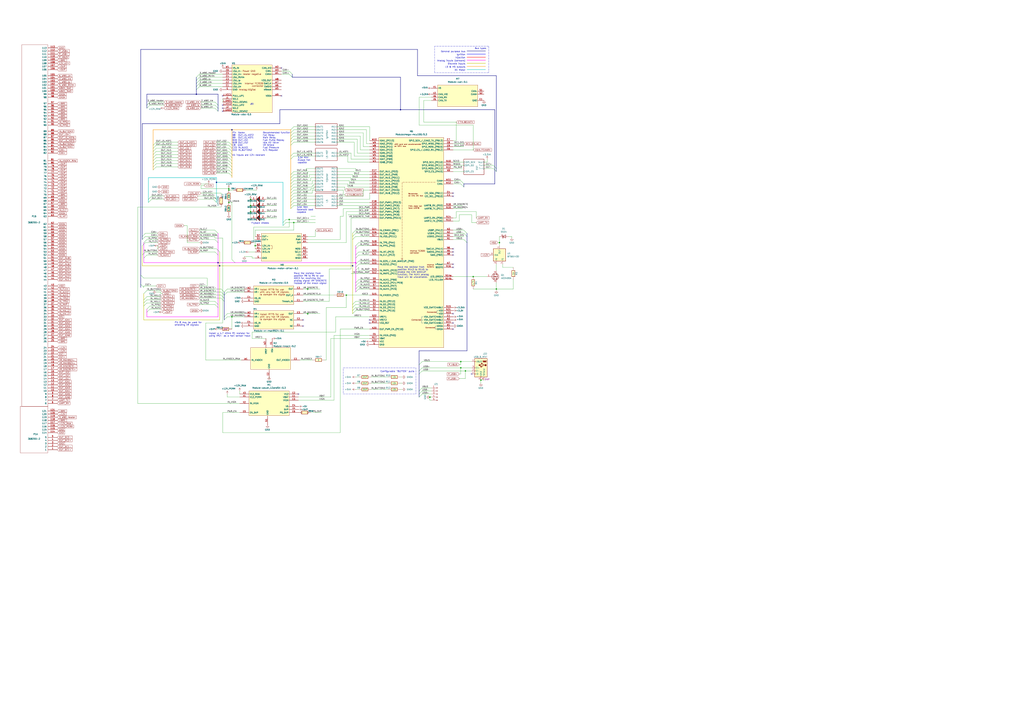
<source format=kicad_sch>
(kicad_sch (version 20231120) (generator "eeschema") (generator_version "8.0")
  (paper "A1")
  (title_block (title "Hellen121vag") (date "2022-10-14") (rev "d") (company "andreika @ rusEFI.comm"))
  (junction (at 328.93 90.17))
  (junction (at 241.3 182.88))
  (junction (at 353.06 326.39) (diameter 1.016))
  (junction (at 190.5 106.68))
  (junction (at 205.74 168.91))
  (junction (at 407.67 237.49))
  (junction (at 388.62 227.33))
  (junction (at 187.96 156.21))
  (junction (at 187.96 154.94))
  (junction (at 187.96 166.37))
  (junction (at 205.74 173.99))
  (junction (at 292.1 215.9) (color 255 0 255 1))
  (junction (at 378.46 297.18))
  (junction (at 209.55 201.93))
  (junction (at 205.74 163.83))
  (junction (at 252.73 237.49))
  (junction (at 394.97 312.42))
  (junction (at 382.27 304.8))
  (junction (at 177.8 149.86))
  (junction (at 190.5 260.35))
  (junction (at 179.07 215.9))
  (junction (at 180.34 218.44))
  (junction (at 289.56 218.44))
  (junction (at 378.46 302.26))
  (junction (at 237.49 180.34))
  (junction (at 252.73 257.81))
  (junction (at 161.29 77.47))
  (junction (at 284.48 242.57))
  (junction (at 410.21 199.39))
  (no_connect (at 248.92 267.97))
  (no_connect (at 372.11 217.17))
  (no_connect (at 248.92 262.89))
  (no_connect (at 245.11 323.85))
  (no_connect (at 372.11 204.47))
  (no_connect (at 182.88 78.74))
  (no_connect (at 231.14 78.74))
  (no_connect (at 182.88 86.36))
  (no_connect (at 303.53 265.43))
  (no_connect (at 372.11 161.29))
  (no_connect (at 231.14 55.88))
  (no_connect (at 372.11 207.01))
  (no_connect (at 372.11 265.43))
  (no_connect (at 372.11 158.75))
  (no_connect (at 182.88 91.44))
  (no_connect (at 372.11 257.81))
  (no_connect (at 372.11 209.55))
  (no_connect (at 387.35 307.34))
  (no_connect (at 303.53 262.89))
  (no_connect (at 182.88 88.9))
  (no_connect (at 372.11 219.71))
  (no_connect (at 372.11 270.51))
  (bus_entry (at 120.65 238.76) (size -2.54 2.54))
  (bus_entry (at 128.27 127) (size -2.54 2.54))
  (bus_entry (at 294.64 201.93) (size -2.54 2.54))
  (bus_entry (at 163.83 63.5) (size -2.54 2.54))
  (bus_entry (at 175.26 163.83) (size 2.54 2.54))
  (bus_entry (at 381 191.77) (size 2.54 2.54) (stroke (width 0.1524)))
  (bus_entry (at 378.46 151.13) (size 2.54 2.54))
  (bus_entry (at 115.57 233.68) (size 2.54 2.54))
  (bus_entry (at 181.61 240.03) (size 2.54 2.54))
  (bus_entry (at 123.19 83.82) (size -2.54 2.54))
  (bus_entry (at 241.3 116.84) (size -2.54 2.54))
  (bus_entry (at 346.71 321.31) (size -2.54 2.54))
  (bus_entry (at 176.53 247.65) (size 2.54 2.54))
  (bus_entry (at 187.96 116.84) (size 2.54 2.54))
  (bus_entry (at 292.1 194.31) (size -2.54 2.54))
  (bus_entry (at 294.64 234.95) (size -2.54 2.54))
  (bus_entry (at 175.26 161.29) (size 2.54 2.54))
  (bus_entry (at 119.38 194.31) (size -2.54 2.54))
  (bus_entry (at 294.64 207.01) (size -2.54 2.54))
  (bus_entry (at 346.71 323.85) (size -2.54 2.54))
  (bus_entry (at 119.38 191.77) (size -2.54 2.54))
  (bus_entry (at 381 189.23) (size 2.54 2.54) (stroke (width 0.1524)))
  (bus_entry (at 241.3 163.83) (size -2.54 2.54))
  (bus_entry (at 294.64 209.55) (size -2.54 2.54))
  (bus_entry (at 294.64 199.39) (size -2.54 2.54))
  (bus_entry (at 186.69 260.35) (size -2.54 2.54))
  (bus_entry (at 128.27 137.16) (size -2.54 2.54))
  (bus_entry (at 241.3 166.37) (size -2.54 2.54))
  (bus_entry (at 181.61 242.57) (size 2.54 2.54))
  (bus_entry (at 237.49 58.42) (size 2.54 2.54))
  (bus_entry (at 234.95 182.88) (size -2.54 2.54))
  (bus_entry (at 177.8 204.47) (size 2.54 2.54))
  (bus_entry (at 181.61 245.11) (size 2.54 2.54))
  (bus_entry (at 238.76 158.75) (size 2.54 -2.54))
  (bus_entry (at 241.3 109.22) (size -2.54 2.54))
  (bus_entry (at 187.96 142.24) (size 2.54 2.54))
  (bus_entry (at 163.83 68.58) (size -2.54 2.54))
  (bus_entry (at 187.96 132.08) (size 2.54 2.54))
  (bus_entry (at 241.3 146.05) (size -2.54 2.54))
  (bus_entry (at 176.53 86.36) (size 2.54 2.54))
  (bus_entry (at 176.53 88.9) (size 2.54 2.54))
  (bus_entry (at 241.3 168.91) (size -2.54 2.54))
  (bus_entry (at 346.71 318.77) (size -2.54 2.54))
  (bus_entry (at 120.65 196.85) (size -2.54 2.54))
  (bus_entry (at 128.27 116.84) (size -2.54 2.54))
  (bus_entry (at 187.96 137.16) (size 2.54 2.54))
  (bus_entry (at 381 196.85) (size 2.54 2.54) (stroke (width 0.1524)))
  (bus_entry (at 241.3 151.13) (size -2.54 2.54))
  (bus_entry (at 294.64 237.49) (size -2.54 2.54))
  (bus_entry (at 405.13 135.89) (size 2.54 2.54))
  (bus_entry (at 123.19 251.46) (size -2.54 2.54))
  (bus_entry (at 120.65 248.92) (size -2.54 2.54))
  (bus_entry (at 115.57 226.06) (size 2.54 2.54))
  (bus_entry (at 128.27 134.62) (size -2.54 2.54))
  (bus_entry (at 241.3 114.3) (size -2.54 2.54))
  (bus_entry (at 241.3 161.29) (size -2.54 2.54))
  (bus_entry (at 124.46 163.83) (size -2.54 2.54))
  (bus_entry (at 187.96 127) (size 2.54 2.54))
  (bus_entry (at 163.83 60.96) (size -2.54 2.54))
  (bus_entry (at 292.1 252.73) (size -2.54 2.54))
  (bus_entry (at 241.3 143.51) (size -2.54 2.54))
  (bus_entry (at 346.71 304.8) (size -2.54 2.54))
  (bus_entry (at 405.13 138.43) (size 2.54 2.54))
  (bus_entry (at 241.3 125.73) (size -2.54 2.54))
  (bus_entry (at 176.53 250.19) (size 2.54 2.54))
  (bus_entry (at 292.1 247.65) (size -2.54 2.54))
  (bus_entry (at 292.1 255.27) (size -2.54 2.54))
  (bus_entry (at 128.27 129.54) (size -2.54 2.54))
  (bus_entry (at 346.71 302.26) (size -2.54 2.54))
  (bus_entry (at 187.96 134.62) (size 2.54 2.54))
  (bus_entry (at 181.61 237.49) (size 2.54 2.54))
  (bus_entry (at 241.3 111.76) (size -2.54 2.54))
  (bus_entry (at 241.3 153.67) (size -2.54 2.54))
  (bus_entry (at 124.46 161.29) (size -2.54 2.54))
  (bus_entry (at 123.19 86.36) (size -2.54 2.54))
  (bus_entry (at 294.64 229.87) (size -2.54 2.54))
  (bus_entry (at 190.5 213.36) (size 2.54 2.54))
  (bus_entry (at 119.38 199.39) (size -2.54 2.54))
  (bus_entry (at 292.1 250.19) (size -2.54 2.54))
  (bus_entry (at 187.96 129.54) (size 2.54 2.54))
  (bus_entry (at 241.3 128.27) (size -2.54 2.54))
  (bus_entry (at 176.53 189.23) (size 2.54 2.54))
  (bus_entry (at 187.96 124.46) (size 2.54 2.54))
  (bus_entry (at 187.96 119.38) (size 2.54 2.54))
  (bus_entry (at 346.71 297.18) (size -2.54 2.54))
  (bus_entry (at 176.53 207.01) (size 2.54 2.54))
  (bus_entry (at 187.96 121.92) (size 2.54 2.54))
  (bus_entry (at 128.27 124.46) (size -2.54 2.54))
  (bus_entry (at 123.19 254) (size -2.54 2.54))
  (bus_entry (at 241.3 106.68) (size -2.54 2.54))
  (bus_entry (at 119.38 207.01) (size -2.54 2.54))
  (bus_entry (at 292.1 191.77) (size -2.54 2.54))
  (bus_entry (at 187.96 139.7) (size 2.54 2.54))
  (bus_entry (at 237.49 60.96) (size 2.54 2.54))
  (bus_entry (at 120.65 246.38) (size -2.54 2.54))
  (bus_entry (at 186.69 237.49) (size -2.54 2.54))
  (bus_entry (at 176.53 196.85) (size 2.54 2.54))
  (bus_entry (at 294.64 219.71) (size -2.54 2.54))
  (bus_entry (at 234.95 180.34) (size -2.54 2.54))
  (bus_entry (at 176.53 191.77) (size 2.54 2.54))
  (bus_entry (at 238.76 161.29) (size 2.54 -2.54))
  (bus_entry (at 294.64 214.63) (size -2.54 2.54))
  (bus_entry (at 378.46 148.59) (size 2.54 2.54))
  (bus_entry (at 163.83 66.04) (size -2.54 2.54))
  (bus_entry (at 186.69 257.81) (size -2.54 2.54))
  (bus_entry (at 241.3 140.97) (size -2.54 2.54))
  (bus_entry (at 241.3 148.59) (size -2.54 2.54))
  (bus_entry (at 128.27 121.92) (size -2.54 2.54))
  (bus_entry (at 292.1 189.23) (size -2.54 2.54))
  (bus_entry (at 186.69 240.03) (size -2.54 2.54))
  (bus_entry (at 294.64 217.17) (size -2.54 2.54))
  (bus_entry (at 163.83 71.12) (size -2.54 2.54))
  (bus_entry (at 176.53 83.82) (size 2.54 2.54))
  (bus_entry (at 120.65 243.84) (size -2.54 2.54))
  (bus_entry (at 241.3 104.14) (size -2.54 2.54))
  (bus_entry (at 294.64 232.41) (size -2.54 2.54))
  (bus_entry (at 128.27 119.38) (size -2.54 2.54))
  (bus_entry (at 128.27 132.08) (size -2.54 2.54))
  (bus_entry (at 120.65 209.55) (size -2.54 2.54))
  (wire (pts (xy 251.46 138.43) (xy 251.46 140.97)))
  (wire (pts (xy 294.64 207.01) (xy 303.53 207.01)))
  (wire (pts (xy 281.94 177.8) (xy 281.94 171.45)))
  (bus (pts (xy 179.07 209.55) (xy 179.07 215.9)) (stroke (width 0) (color 255 0 255 1)))
  (wire (pts (xy 241.3 106.68) (xy 259.08 106.68)))
  (bus (pts (xy 381 151.13) (xy 406.4 151.13)))
  (wire (pts (xy 163.83 240.03) (xy 181.61 240.03)))
  (wire (pts (xy 163.83 71.12) (xy 182.88 71.12)))
  (bus (pts (xy 344.17 323.85) (xy 344.17 326.39)))
  (wire (pts (xy 163.83 207.01) (xy 176.53 207.01)))
  (wire (pts (xy 279.4 196.85) (xy 279.4 177.8)))
  (wire (pts (xy 298.45 156.21) (xy 298.45 161.29)))
  (wire (pts (xy 132.08 240.03) (xy 128.27 240.03)))
  (bus (pts (xy 289.56 191.77) (xy 289.56 194.31)) (stroke (width 0) (color 194 194 0 1)))
  (wire (pts (xy 285.75 128.27) (xy 276.86 128.27)))
  (bus (pts (xy 118.11 215.9) (xy 179.07 215.9)) (stroke (width 0) (color 255 0 255 1)))
  (bus (pts (xy 190.5 144.78) (xy 190.5 146.05)) (stroke (width 0) (color 255 153 0 1)))
  (wire (pts (xy 290.83 116.84) (xy 290.83 128.27)))
  (wire (pts (xy 177.8 134.62) (xy 187.96 134.62)))
  (bus (pts (xy 118.11 199.39) (xy 118.11 212.09)) (stroke (width 0) (color 255 0 255 1)))
  (bus (pts (xy 398.78 49.53) (xy 383.54 49.53)) (stroke (width 0.3048) (color 255 0 255 1)))
  (wire (pts (xy 209.55 201.93) (xy 209.55 204.47)))
  (wire (pts (xy 190.5 166.37) (xy 190.5 213.36)))
  (bus (pts (xy 177.8 149.86) (xy 232.41 149.86)) (stroke (width 0) (color 0 194 194 1)))
  (wire (pts (xy 397.51 135.89) (xy 405.13 135.89)))
  (wire (pts (xy 328.93 320.04) (xy 330.2 320.04)))
  (bus (pts (xy 238.76 114.3) (xy 238.76 116.84)) (stroke (width 0) (color 255 153 0 1)))
  (wire (pts (xy 372.11 168.91) (xy 379.73 168.91)))
  (wire (pts (xy 276.86 116.84) (xy 290.83 116.84)))
  (wire (pts (xy 163.83 189.23) (xy 176.53 189.23)))
  (wire (pts (xy 276.86 125.73) (xy 288.29 125.73)))
  (bus (pts (xy 125.73 134.62) (xy 125.73 137.16)) (stroke (width 0) (color 255 153 0 1)))
  (wire (pts (xy 248.92 257.81) (xy 252.73 257.81)))
  (wire (pts (xy 255.27 156.21) (xy 241.3 156.21)))
  (bus (pts (xy 398.78 46.99) (xy 383.54 46.99)) (stroke (width 0.3048) (color 255 0 0 1)))
  (bus (pts (xy 232.41 149.86) (xy 232.41 182.88)) (stroke (width 0) (color 0 194 194 1)))
  (wire (pts (xy 378.46 151.13) (xy 372.11 151.13)))
  (wire (pts (xy 241.3 163.83) (xy 259.08 163.83)))
  (bus (pts (xy 292.1 234.95) (xy 292.1 237.49)) (stroke (width 0) (color 255 0 255 1)))
  (wire (pts (xy 387.35 182.88) (xy 387.35 176.53)))
  (wire (pts (xy 179.07 270.51) (xy 180.34 270.51)))
  (wire (pts (xy 382.27 304.8) (xy 346.71 304.8)))
  (bus (pts (xy 184.15 245.11) (xy 184.15 247.65)))
  (wire (pts (xy 118.11 236.22) (xy 118.11 234.95)))
  (wire (pts (xy 163.83 204.47) (xy 177.8 204.47)))
  (wire (pts (xy 132.08 241.3) (xy 133.35 241.3)))
  (bus (pts (xy 190.5 132.08) (xy 190.5 134.62)) (stroke (width 0) (color 255 153 0 1)))
  (wire (pts (xy 153.67 199.39) (xy 153.67 185.42)))
  (wire (pts (xy 294.64 229.87) (xy 303.53 229.87)))
  (wire (pts (xy 290.83 143.51) (xy 303.53 143.51)))
  (bus (pts (xy 120.65 256.54) (xy 120.65 260.35)) (stroke (width 0) (color 255 0 255 1)))
  (wire (pts (xy 241.3 168.91) (xy 259.08 168.91)))
  (wire (pts (xy 252.73 237.49) (xy 252.73 238.76)))
  (wire (pts (xy 151.13 185.42) (xy 153.67 185.42)))
  (wire (pts (xy 254 143.51) (xy 254 146.05)))
  (wire (pts (xy 177.8 121.92) (xy 187.96 121.92)))
  (wire (pts (xy 298.45 120.65) (xy 303.53 120.65)))
  (wire (pts (xy 209.55 194.31) (xy 209.55 189.23)))
  (wire (pts (xy 208.28 196.85) (xy 208.28 186.69)))
  (bus (pts (xy 190.5 121.92) (xy 190.5 124.46)) (stroke (width 0) (color 255 153 0 1)))
  (wire (pts (xy 287.02 148.59) (xy 287.02 151.13)))
  (wire (pts (xy 255.27 154.94) (xy 255.27 156.21)))
  (bus (pts (xy 190.5 119.38) (xy 190.5 121.92)) (stroke (width 0) (color 255 153 0 1)))
  (wire (pts (xy 113.03 331.47) (xy 196.85 331.47)))
  (bus (pts (xy 238.76 151.13) (xy 238.76 153.67)) (stroke (width 0) (color 255 153 0 1)))
  (bus (pts (xy 238.76 128.27) (xy 238.76 130.81)) (stroke (width 0) (color 255 153 0 1)))
  (bus (pts (xy 179.07 88.9) (xy 179.07 91.44)))
  (wire (pts (xy 379.73 138.43) (xy 372.11 138.43)))
  (wire (pts (xy 276.86 114.3) (xy 293.37 114.3)))
  (bus (pts (xy 238.76 158.75) (xy 238.76 161.29)) (stroke (width 0) (color 255 153 0 1)))
  (wire (pts (xy 412.75 217.17) (xy 412.75 219.71)))
  (wire (pts (xy 372.11 135.89) (xy 381 135.89)))
  (wire (pts (xy 128.27 132.08) (xy 146.05 132.08)))
  (wire (pts (xy 187.96 156.21) (xy 191.77 156.21)))
  (wire (pts (xy 421.64 229.87) (xy 421.64 237.49)))
  (bus (pts (xy 125.73 137.16) (xy 125.73 139.7)) (stroke (width 0) (color 255 153 0 1)))
  (wire (pts (xy 241.3 125.73) (xy 259.08 125.73)))
  (bus (pts (xy 344.17 321.31) (xy 344.17 323.85)))
  (bus (pts (xy 120.65 254) (xy 120.65 256.54)) (stroke (width 0) (color 255 0 255 1)))
  (wire (pts (xy 132.08 246.38) (xy 120.65 246.38)))
  (bus (pts (xy 184.15 240.03) (xy 184.15 242.57)))
  (wire (pts (xy 245.11 328.93) (xy 274.32 328.93)))
  (wire (pts (xy 241.3 182.88) (xy 259.08 182.88)))
  (wire (pts (xy 163.83 196.85) (xy 176.53 196.85)))
  (wire (pts (xy 276.86 148.59) (xy 287.02 148.59)))
  (bus (pts (xy 121.92 146.05) (xy 177.8 146.05)) (stroke (width 0) (color 0 194 194 1)))
  (wire (pts (xy 276.86 161.29) (xy 298.45 161.29)))
  (wire (pts (xy 410.21 194.31) (xy 410.21 199.39)))
  (wire (pts (xy 284.48 173.99) (xy 303.53 173.99)))
  (wire (pts (xy 113.03 170.18) (xy 113.03 331.47)))
  (wire (pts (xy 252.73 237.49) (xy 262.89 237.49)))
  (wire (pts (xy 207.01 212.09) (xy 207.01 210.82)))
  (wire (pts (xy 252.73 196.85) (xy 279.4 196.85)))
  (wire (pts (xy 388.62 237.49) (xy 407.67 237.49)))
  (wire (pts (xy 300.99 106.68) (xy 300.99 118.11)))
  (wire (pts (xy 292.1 247.65) (xy 303.53 247.65)))
  (wire (pts (xy 205.74 173.99) (xy 205.74 179.07)))
  (bus (pts (xy 398.78 41.91) (xy 383.54 41.91)))
  (wire (pts (xy 255.27 177.8) (xy 259.08 177.8)))
  (wire (pts (xy 378.46 307.34) (xy 378.46 302.26)))
  (wire (pts (xy 259.08 156.21) (xy 256.54 156.21)))
  (wire (pts (xy 208.28 199.39) (xy 209.55 199.39)))
  (wire (pts (xy 292.1 140.97) (xy 303.53 140.97)))
  (wire (pts (xy 252.73 140.97) (xy 252.73 143.51)))
  (bus (pts (xy 407.67 62.23) (xy 407.67 138.43)))
  (wire (pts (xy 170.18 228.6) (xy 170.18 234.95)))
  (wire (pts (xy 134.62 86.36) (xy 123.19 86.36)))
  (wire (pts (xy 177.8 119.38) (xy 187.96 119.38)))
  (wire (pts (xy 201.93 156.21) (xy 210.82 156.21)))
  (wire (pts (xy 168.91 295.91) (xy 198.12 295.91)))
  (wire (pts (xy 378.46 148.59) (xy 372.11 148.59)))
  (wire (pts (xy 256.54 151.13) (xy 241.3 151.13)))
  (wire (pts (xy 372.11 191.77) (xy 381 191.77)))
  (wire (pts (xy 377.19 176.53) (xy 377.19 181.61)))
  (wire (pts (xy 163.83 194.31) (xy 176.53 194.31)))
  (bus (pts (xy 118.11 251.46) (xy 118.11 262.89)) (stroke (width 0) (color 194 194 0 1)))
  (wire (pts (xy 276.86 106.68) (xy 300.99 106.68)))
  (bus (pts (xy 406.4 151.13) (xy 406.4 90.17)))
  (wire (pts (xy 292.1 252.73) (xy 303.53 252.73)))
  (bus (pts (xy 238.76 106.68) (xy 190.5 106.68)) (stroke (width 0) (color 255 153 0 1)))
  (wire (pts (xy 267.97 295.91) (xy 267.97 252.73)))
  (bus (pts (xy 177.8 146.05) (xy 177.8 149.86)) (stroke (width 0) (color 0 194 194 1)))
  (wire (pts (xy 292.1 191.77) (xy 303.53 191.77)))
  (wire (pts (xy 186.69 257.81) (xy 200.66 257.81)))
  (wire (pts (xy 271.78 326.39) (xy 271.78 278.13)))
  (wire (pts (xy 267.97 252.73) (xy 284.48 252.73)))
  (bus (pts (xy 184.15 262.89) (xy 184.15 260.35)))
  (wire (pts (xy 256.54 148.59) (xy 259.08 148.59)))
  (wire (pts (xy 279.4 177.8) (xy 281.94 177.8)))
  (wire (pts (xy 276.86 104.14) (xy 303.53 104.14)))
  (wire (pts (xy 132.08 240.03) (xy 132.08 241.3)))
  (bus (pts (xy 328.93 90.17) (xy 229.87 90.17)))
  (bus (pts (xy 125.73 132.08) (xy 125.73 134.62)) (stroke (width 0) (color 255 153 0 1)))
  (wire (pts (xy 241.3 128.27) (xy 259.08 128.27)))
  (bus (pts (xy 383.54 194.31) (xy 383.54 199.39)))
  (bus (pts (xy 240.03 63.5) (xy 328.93 63.5)))
  (wire (pts (xy 255.27 148.59) (xy 241.3 148.59)))
  (wire (pts (xy 255.27 339.09) (xy 264.16 339.09)))
  (wire (pts (xy 241.3 109.22) (xy 259.08 109.22)))
  (wire (pts (xy 118.11 234.95) (xy 128.27 234.95)))
  (wire (pts (xy 177.8 129.54) (xy 187.96 129.54)))
  (wire (pts (xy 205.74 168.91) (xy 205.74 173.99)))
  (wire (pts (xy 275.59 260.35) (xy 303.53 260.35)))
  (wire (pts (xy 132.08 254) (xy 123.19 254)))
  (bus (pts (xy 289.56 194.31) (xy 289.56 196.85)) (stroke (width 0) (color 194 194 0 1)))
  (wire (pts (xy 378.46 299.72) (xy 378.46 297.18)))
  (wire (pts (xy 129.54 194.31) (xy 119.38 194.31)))
  (wire (pts (xy 132.08 243.84) (xy 120.65 243.84)))
  (wire (pts (xy 372.11 181.61) (xy 377.19 181.61)))
  (wire (pts (xy 294.64 237.49) (xy 303.53 237.49)))
  (wire (pts (xy 387.35 302.26) (xy 378.46 302.26)))
  (wire (pts (xy 394.97 312.42) (xy 394.97 314.96)))
  (wire (pts (xy 129.54 201.93) (xy 129.54 204.47)))
  (bus (pts (xy 190.5 137.16) (xy 190.5 139.7)) (stroke (width 0) (color 255 153 0 1)))
  (wire (pts (xy 290.83 140.97) (xy 290.83 143.51)))
  (wire (pts (xy 293.37 125.73) (xy 303.53 125.73)))
  (wire (pts (xy 372.11 115.57) (xy 374.65 115.57)))
  (wire (pts (xy 256.54 295.91) (xy 246.38 295.91)))
  (wire (pts (xy 388.62 227.33) (xy 400.05 227.33)))
  (bus (pts (xy 344.17 288.29) (xy 383.54 288.29)))
  (wire (pts (xy 400.05 133.35) (xy 400.05 130.81)))
  (wire (pts (xy 209.55 196.85) (xy 208.28 196.85)))
  (wire (pts (xy 281.94 171.45) (xy 303.53 171.45)))
  (bus (pts (xy 161.29 73.66) (xy 161.29 77.47)))
  (wire (pts (xy 218.44 173.99) (xy 227.33 173.99)))
  (bus (pts (xy 120.65 86.36) (xy 120.65 88.9)))
  (bus (pts (xy 383.54 288.29) (xy 383.54 199.39)))
  (wire (pts (xy 182.88 195.58) (xy 182.88 265.43)))
  (wire (pts (xy 374.65 100.33) (xy 347.98 100.33)))
  (wire (pts (xy 275.59 260.35) (xy 275.59 273.05)))
  (wire (pts (xy 294.64 214.63) (xy 303.53 214.63)))
  (wire (pts (xy 252.73 257.81) (xy 262.89 257.81)))
  (wire (pts (xy 257.81 151.13) (xy 257.81 152.4)))
  (wire (pts (xy 372.11 196.85) (xy 381 196.85)))
  (wire (pts (xy 248.92 242.57) (xy 274.32 242.57)))
  (bus (pts (xy 115.57 40.64) (xy 342.9 40.64)))
  (wire (pts (xy 292.1 250.19) (xy 303.53 250.19)))
  (bus (pts (xy 161.29 63.5) (xy 161.29 66.04)))
  (wire (pts (xy 163.83 60.96) (xy 182.88 60.96)))
  (wire (pts (xy 257.81 152.4) (xy 256.54 152.4)))
  (wire (pts (xy 304.8 309.88) (xy 318.77 309.88)))
  (wire (pts (xy 377.19 176.53) (xy 387.35 176.53)))
  (wire (pts (xy 209.55 212.09) (xy 207.01 212.09)))
  (bus (pts (xy 190.5 134.62) (xy 190.5 137.16)) (stroke (width 0) (color 255 153 0 1)))
  (bus (pts (xy 292.1 201.93) (xy 292.1 204.47)) (stroke (width 0) (color 255 0 255 1)))
  (bus (pts (xy 125.73 106.68) (xy 125.73 119.38)) (stroke (width 0) (color 255 153 0 1)))
  (wire (pts (xy 378.46 297.18) (xy 387.35 297.18)))
  (bus (pts (xy 121.92 163.83) (xy 121.92 146.05)) (stroke (width 0) (color 0 194 194 1)))
  (wire (pts (xy 294.64 232.41) (xy 303.53 232.41)))
  (wire (pts (xy 163.83 242.57) (xy 181.61 242.57)))
  (wire (pts (xy 241.3 161.29) (xy 259.08 161.29)))
  (wire (pts (xy 295.91 111.76) (xy 295.91 123.19)))
  (wire (pts (xy 281.94 160.02) (xy 283.21 160.02)))
  (wire (pts (xy 294.64 222.25) (xy 294.64 219.71)))
  (wire (pts (xy 294.64 234.95) (xy 303.53 234.95)))
  (bus (pts (xy 292.1 204.47) (xy 292.1 209.55)) (stroke (width 0) (color 255 0 255 1)))
  (bus (pts (xy 193.04 215.9) (xy 292.1 215.9)) (stroke (width 0) (color 255 0 255 1)))
  (bus (pts (xy 238.76 109.22) (xy 238.76 111.76)) (stroke (width 0) (color 255 153 0 1)))
  (bus (pts (xy 342.9 40.64) (xy 342.9 62.23)))
  (wire (pts (xy 129.54 209.55) (xy 120.65 209.55)))
  (wire (pts (xy 407.67 232.41) (xy 407.67 237.49)))
  (bus (pts (xy 238.76 119.38) (xy 238.76 128.27)) (stroke (width 0) (color 255 153 0 1)))
  (bus (pts (xy 116.84 209.55) (xy 116.84 218.44)) (stroke (width 0) (color 194 194 0 1)))
  (bus (pts (xy 180.34 218.44) (xy 180.34 262.89)) (stroke (width 0) (color 194 194 0 1)))
  (bus (pts (xy 292.1 237.49) (xy 292.1 240.03)) (stroke (width 0) (color 255 0 255 1)))
  (bus (pts (xy 229.87 90.17) (xy 229.87 101.6)))
  (wire (pts (xy 207.01 210.82) (xy 200.66 210.82)))
  (wire (pts (xy 182.88 81.28) (xy 182.88 83.82)))
  (wire (pts (xy 128.27 127) (xy 146.05 127)))
  (wire (pts (xy 165.1 88.9) (xy 176.53 88.9)))
  (wire (pts (xy 129.54 191.77) (xy 119.38 191.77)))
  (bus (pts (xy 184.15 242.57) (xy 184.15 245.11)))
  (wire (pts (xy 304.8 314.96) (xy 318.77 314.96)))
  (polyline (pts (xy 401.32 38.1) (xy 401.32 59.69)) (stroke (width 0) (type dash)))
  (wire (pts (xy 289.56 143.51) (xy 289.56 146.05)))
  (wire (pts (xy 407.67 237.49) (xy 407.67 238.76)))
  (wire (pts (xy 177.8 127) (xy 187.96 127)))
  (bus (pts (xy 289.56 250.19) (xy 289.56 252.73)) (stroke (width 0) (color 194 194 0 1)))
  (wire (pts (xy 372.11 140.97) (xy 381 140.97)))
  (wire (pts (xy 294.64 209.55) (xy 303.53 209.55)))
  (wire (pts (xy 374.65 115.57) (xy 374.65 100.33)))
  (wire (pts (xy 292.1 314.96) (xy 294.64 314.96)))
  (wire (pts (xy 372.11 133.35) (xy 381 133.35)))
  (wire (pts (xy 276.86 168.91) (xy 303.53 168.91)))
  (wire (pts (xy 285.75 176.53) (xy 303.53 176.53)))
  (wire (pts (xy 353.06 328.93) (xy 353.06 326.39)))
  (wire (pts (xy 207.01 278.13) (xy 218.44 278.13)))
  (wire (pts (xy 234.95 182.88) (xy 241.3 182.88)))
  (polyline (pts (xy 401.32 38.1) (xy 356.87 38.1)) (stroke (width 0) (type dash)))
  (wire (pts (xy 279.4 270.51) (xy 303.53 270.51)))
  (bus (pts (xy 115.57 233.68) (xy 115.57 236.22)))
  (bus (pts (xy 292.1 212.09) (xy 292.1 215.9)) (stroke (width 0) (color 255 0 255 1)))
  (wire (pts (xy 372.11 120.65) (xy 381 120.65)))
  (wire (pts (xy 187.96 154.94) (xy 187.96 156.21)))
  (bus (pts (xy 238.76 163.83) (xy 238.76 166.37)) (stroke (width 0) (color 255 153 0 1)))
  (wire (pts (xy 241.3 114.3) (xy 259.08 114.3)))
  (wire (pts (xy 165.1 86.36) (xy 176.53 86.36)))
  (bus (pts (xy 177.8 149.86) (xy 177.8 163.83)) (stroke (width 0) (color 0 194 194 1)))
  (bus (pts (xy 238.76 106.68) (xy 238.76 109.22)) (stroke (width 0) (color 255 153 0 1)))
  (polyline (pts (xy 401.32 59.69) (xy 356.87 59.69)) (stroke (width 0) (type dash)))
  (wire (pts (xy 204.47 207.01) (xy 209.55 207.01)))
  (bus (pts (xy 179.07 199.39) (xy 179.07 209.55)) (stroke (width 0) (color 255 0 255 1)))
  (wire (pts (xy 256.54 156.21) (xy 256.54 158.75)))
  (wire (pts (xy 378.46 302.26) (xy 346.71 302.26)))
  (wire (pts (xy 255.27 146.05) (xy 259.08 146.05)))
  (wire (pts (xy 165.1 154.94) (xy 187.96 154.94)))
  (wire (pts (xy 295.91 123.19) (xy 303.53 123.19)))
  (bus (pts (xy 238.76 143.51) (xy 238.76 146.05)) (stroke (width 0) (color 255 153 0 1)))
  (wire (pts (xy 146.05 129.54) (xy 128.27 129.54)))
  (wire (pts (xy 354.33 323.85) (xy 346.71 323.85)))
  (wire (pts (xy 132.08 251.46) (xy 123.19 251.46)))
  (wire (pts (xy 237.49 180.34) (xy 259.08 180.34)))
  (wire (pts (xy 252.73 194.31) (xy 259.08 194.31)))
  (wire (pts (xy 186.69 260.35) (xy 190.5 260.35)))
  (bus (pts (xy 238.76 148.59) (xy 238.76 151.13)) (stroke (width 0) (color 255 153 0 1)))
  (bus (pts (xy 116.84 194.31) (xy 116.84 196.85)))
  (wire (pts (xy 218.44 168.91) (xy 227.33 168.91)))
  (bus (pts (xy 125.73 127) (xy 125.73 129.54)) (stroke (width 0) (color 255 153 0 1)))
  (bus (pts (xy 161.29 66.04) (xy 161.29 68.58)))
  (bus (pts (xy 238.76 116.84) (xy 238.76 119.38)) (stroke (width 0) (color 255 153 0 1)))
  (wire (pts (xy 256.54 148.59) (xy 256.54 151.13)))
  (bus (pts (xy 125.73 121.92) (xy 125.73 124.46)) (stroke (width 0) (color 255 153 0 1)))
  (wire (pts (xy 303.53 104.14) (xy 303.53 115.57)))
  (bus (pts (xy 118.11 241.3) (xy 118.11 246.38)) (stroke (width 0) (color 194 194 0 1)))
  (wire (pts (xy 132.08 248.92) (xy 120.65 248.92)))
  (bus (pts (xy 238.76 166.37) (xy 238.76 168.91)) (stroke (width 0) (color 255 153 0 1)))
  (wire (pts (xy 288.29 179.07) (xy 303.53 179.07)))
  (wire (pts (xy 241.3 116.84) (xy 259.08 116.84)))
  (wire (pts (xy 186.69 326.39) (xy 186.69 323.85)))
  (bus (pts (xy 398.78 44.45) (xy 383.54 44.45)) (stroke (width 0.3048) (color 0 0 255 1)))
  (bus (pts (xy 180.34 207.01) (xy 180.34 218.44)) (stroke (width 0) (color 194 194 0 1)))
  (wire (pts (xy 420.37 194.31) (xy 417.83 194.31)))
  (wire (pts (xy 205.74 163.83) (xy 205.74 168.91)))
  (wire (pts (xy 372.11 227.33) (xy 388.62 227.33)))
  (wire (pts (xy 146.05 121.92) (xy 128.27 121.92)))
  (wire (pts (xy 420.37 195.58) (xy 420.37 194.31)))
  (wire (pts (xy 293.37 114.3) (xy 293.37 125.73)))
  (wire (pts (xy 292.1 255.27) (xy 303.53 255.27)))
  (wire (pts (xy 128.27 119.38) (xy 146.05 119.38)))
  (wire (pts (xy 251.46 138.43) (xy 259.08 138.43)))
  (wire (pts (xy 377.19 299.72) (xy 378.46 299.72)))
  (bus (pts (xy 161.29 77.47) (xy 120.65 77.47)))
  (wire (pts (xy 177.8 139.7) (xy 187.96 139.7)))
  (wire (pts (xy 208.28 186.69) (xy 237.49 186.69)))
  (wire (pts (xy 237.49 180.34) (xy 237.49 186.69)))
  (bus (pts (xy 179.07 250.19) (xy 179.07 252.73)) (stroke (width 0) (color 255 0 255 1)))
  (wire (pts (xy 294.64 201.93) (xy 303.53 201.93)))
  (wire (pts (xy 113.03 170.18) (xy 181.61 170.18)))
  (wire (pts (xy 134.62 163.83) (xy 124.46 163.83)))
  (wire (pts (xy 196.85 321.31) (xy 196.85 323.85)))
  (wire (pts (xy 241.3 111.76) (xy 259.08 111.76)))
  (wire (pts (xy 292.1 320.04) (xy 294.64 320.04)))
  (wire (pts (xy 281.94 156.21) (xy 281.94 160.02)))
  (wire (pts (xy 285.75 151.13) (xy 285.75 153.67)))
  (bus (pts (xy 125.73 129.54) (xy 125.73 132.08)) (stroke (width 0) (color 255 153 0 1)))
  (wire (pts (xy 163.83 234.95) (xy 170.18 234.95)))
  (wire (pts (xy 372.11 194.31) (xy 381 194.31)))
  (bus (pts (xy 238.76 130.81) (xy 238.76 143.51)) (stroke (width 0) (color 255 153 0 1)))
  (bus (pts (xy 289.56 218.44) (xy 180.34 218.44)) (stroke (width 0) (color 194 194 0 1)))
  (wire (pts (xy 353.06 326.39) (xy 354.33 326.39)))
  (bus (pts (xy 407.67 138.43) (xy 407.67 140.97)))
  (wire (pts (xy 209.55 199.39) (xy 209.55 201.93)))
  (wire (pts (xy 256.54 152.4) (xy 256.54 153.67)))
  (wire (pts (xy 259.08 194.31) (xy 259.08 189.23)))
  (wire (pts (xy 303.53 222.25) (xy 294.64 222.25)))
  (wire (pts (xy 134.62 83.82) (xy 123.19 83.82)))
  (wire (pts (xy 270.51 220.98) (xy 288.29 220.98)))
  (bus (pts (xy 179.07 252.73) (xy 179.07 260.35)) (stroke (width 0) (color 255 0 255 1)))
  (bus (pts (xy 125.73 106.68) (xy 190.5 106.68)) (stroke (width 0) (color 255 153 0 1)))
  (wire (pts (xy 304.8 320.04) (xy 318.77 320.04)))
  (bus (pts (xy 289.56 252.73) (xy 289.56 255.27)) (stroke (width 0) (color 194 194 0 1)))
  (wire (pts (xy 391.16 173.99) (xy 391.16 179.07)))
  (wire (pts (xy 257.81 151.13) (xy 259.08 151.13)))
  (wire (pts (xy 165.1 83.82) (xy 176.53 83.82)))
  (wire (pts (xy 387.35 304.8) (xy 382.27 304.8)))
  (wire (pts (xy 354.33 318.77) (xy 346.71 318.77)))
  (wire (pts (xy 290.83 128.27) (xy 303.53 128.27)))
  (wire (pts (xy 163.83 237.49) (xy 181.61 237.49)))
  (wire (pts (xy 234.95 180.34) (xy 237.49 180.34)))
  (wire (pts (xy 374.65 179.07) (xy 372.11 179.07)))
  (bus (pts (xy 292.1 219.71) (xy 292.1 222.25)) (stroke (width 0) (color 255 0 255 1)))
  (bus (pts (xy 383.54 191.77) (xy 383.54 194.31)))
  (wire (pts (xy 124.46 161.29) (xy 134.62 161.29)))
  (wire (pts (xy 275.59 273.05) (xy 207.01 273.05)))
  (wire (pts (xy 146.05 134.62) (xy 128.27 134.62)))
  (wire (pts (xy 163.83 199.39) (xy 153.67 199.39)))
  (wire (pts (xy 303.53 158.75) (xy 303.53 163.83)))
  (wire (pts (xy 289.56 146.05) (xy 303.53 146.05)))
  (bus (pts (xy 292.1 209.55) (xy 292.1 212.09)) (stroke (width 0) (color 255 0 255 1)))
  (wire (pts (xy 276.86 143.51) (xy 289.56 143.51)))
  (wire (pts (xy 388.62 102.87) (xy 344.17 102.87)))
  (wire (pts (xy 287.02 151.13) (xy 303.53 151.13)))
  (bus (pts (xy 190.5 142.24) (xy 190.5 144.78)) (stroke (width 0) (color 255 153 0 1)))
  (wire (pts (xy 372.11 189.23) (xy 381 189.23)))
  (wire (pts (xy 165.1 152.4) (xy 165.1 154.94)))
  (wire (pts (xy 119.38 199.39) (xy 129.54 199.39)))
  (wire (pts (xy 207.01 273.05) (xy 207.01 278.13)))
  (wire (pts (xy 288.29 224.79) (xy 303.53 224.79)))
  (wire (pts (xy 132.08 238.76) (xy 120.65 238.76)))
  (wire (pts (xy 257.81 153.67) (xy 257.81 154.94)))
  (wire (pts (xy 374.65 173.99) (xy 374.65 179.07)))
  (wire (pts (xy 372.11 171.45) (xy 379.73 171.45)))
  (wire (pts (xy 237.49 58.42) (xy 231.14 58.42)))
  (wire (pts (xy 163.83 250.19) (xy 176.53 250.19)))
  (wire (pts (xy 177.8 124.46) (xy 187.96 124.46)))
  (bus (pts (xy 179.07 194.31) (xy 179.07 199.39)) (stroke (width 0) (color 255 0 255 1)))
  (bus (pts (xy 179.07 77.47) (xy 161.29 77.47)))
  (wire (pts (xy 292.1 194.31) (xy 303.53 194.31)))
  (wire (pts (xy 298.45 109.22) (xy 298.45 120.65)))
  (wire (pts (xy 177.8 132.08) (xy 187.96 132.08)))
  (bus (pts (xy 240.03 60.96) (xy 240.03 63.5)))
  (wire (pts (xy 388.62 123.19) (xy 388.62 102.87)))
  (wire (pts (xy 163.83 191.77) (xy 176.53 191.77)))
  (wire (pts (xy 328.93 309.88) (xy 330.2 309.88)))
  (wire (pts (xy 255.27 154.94) (xy 257.81 154.94)))
  (wire (pts (xy 252.73 257.81) (xy 252.73 259.08)))
  (bus (pts (xy 398.78 52.07) (xy 383.54 52.07)) (stroke (width 0.3048) (color 194 194 0 1)))
  (wire (pts (xy 128.27 137.16) (xy 146.05 137.16)))
  (wire (pts (xy 190.5 260.35) (xy 190.5 270.51)))
  (wire (pts (xy 146.05 124.46) (xy 128.27 124.46)))
  (wire (pts (xy 328.93 314.96) (xy 330.2 314.96)))
  (wire (pts (xy 251.46 140.97) (xy 241.3 140.97)))
  (bus (pts (xy 381 153.67) (xy 381 151.13)))
  (wire (pts (xy 163.83 68.58) (xy 182.88 68.58)))
  (wire (pts (xy 288.29 148.59) (xy 303.53 148.59)))
  (wire (pts (xy 285.75 133.35) (xy 285.75 128.27)))
  (wire (pts (xy 412.75 219.71) (xy 421.64 219.71)))
  (bus (pts (xy 328.93 63.5) (xy 328.93 90.17)))
  (wire (pts (xy 276.86 166.37) (xy 303.53 166.37)))
  (bus (pts (xy 190.5 124.46) (xy 190.5 127)) (stroke (width 0) (color 255 153 0 1)))
  (wire (pts (xy 344.17 102.87) (xy 344.17 80.01)))
  (bus (pts (xy 125.73 124.46) (xy 125.73 127)) (stroke (width 0) (color 255 153 0 1)))
  (wire (pts (xy 397.51 138.43) (xy 405.13 138.43)))
  (wire (pts (xy 186.69 237.49) (xy 200.66 237.49)))
  (bus (pts (xy 121.92 166.37) (xy 121.92 163.83)) (stroke (width 0) (color 0 194 194 1)))
  (wire (pts (xy 276.86 111.76) (xy 295.91 111.76)))
  (wire (pts (xy 220.98 309.88) (xy 220.98 311.15)))
  (wire (pts (xy 255.27 146.05) (xy 255.27 148.59)))
  (bus (pts (xy 179.07 77.47) (xy 179.07 86.36)))
  (bus (pts (xy 125.73 119.38) (xy 125.73 121.92)) (stroke (width 0) (color 255 153 0 1)))
  (bus (pts (xy 177.8 163.83) (xy 177.8 166.37)) (stroke (width 0) (color 0 194 194 1)))
  (wire (pts (xy 283.21 153.67) (xy 283.21 156.21)))
  (wire (pts (xy 285.75 153.67) (xy 303.53 153.67)))
  (wire (pts (xy 182.88 339.09) (xy 196.85 339.09)))
  (bus (pts (xy 289.56 218.44) (xy 289.56 250.19)) (stroke (width 0) (color 194 194 0 1)))
  (bus (pts (xy 115.57 226.06) (xy 115.57 233.68)))
  (wire (pts (xy 284.48 242.57) (xy 303.53 242.57)))
  (bus (pts (xy 179.07 191.77) (xy 179.07 194.31)) (stroke (width 0) (color 255 0 255 1)))
  (wire (pts (xy 271.78 278.13) (xy 303.53 278.13)))
  (wire (pts (xy 292.1 309.88) (xy 294.64 309.88)))
  (bus (pts (xy 238.76 146.05) (xy 238.76 148.59)) (stroke (width 0) (color 255 153 0 1)))
  (bus (pts (xy 179.07 215.9) (xy 179.07 250.19)) (stroke (width 0) (color 255 0 255 1)))
  (bus (pts (xy 118.11 248.92) (xy 118.11 251.46)) (stroke (width 0) (color 194 194 0 1)))
  (bus (pts (xy 118.11 246.38) (xy 118.11 248.92)) (stroke (width 0) (color 194 194 0 1)))
  (wire (pts (xy 163.83 66.04) (xy 182.88 66.04)))
  (wire (pts (xy 118.11 228.6) (xy 170.18 228.6)))
  (wire (pts (xy 252.73 143.51) (xy 241.3 143.51)))
  (wire (pts (xy 176.53 194.31) (xy 176.53 195.58)))
  (wire (pts (xy 252.73 199.39) (xy 284.48 199.39)))
  (wire (pts (xy 254 146.05) (xy 241.3 146.05)))
  (bus (pts (xy 398.78 54.61) (xy 383.54 54.61)) (stroke (width 0.3048) (color 255 153 0 1)))
  (wire (pts (xy 129.54 196.85) (xy 120.65 196.85)))
  (wire (pts (xy 391.16 182.88) (xy 387.35 182.88)))
  (wire (pts (xy 346.71 297.18) (xy 378.46 297.18)))
  (wire (pts (xy 276.86 163.83) (xy 303.53 163.83)))
  (wire (pts (xy 119.38 207.01) (xy 129.54 207.01)))
  (wire (pts (xy 303.53 156.21) (xy 298.45 156.21)))
  (bus (pts (xy 179.07 260.35) (xy 120.65 260.35)) (stroke (width 0) (color 255 0 255 1)))
  (wire (pts (xy 270.51 247.65) (xy 270.51 220.98)))
  (wire (pts (xy 167.64 152.4) (xy 165.1 152.4)))
  (bus (pts (xy 238.76 161.29) (xy 238.76 163.83)) (stroke (width 0) (color 255 153 0 1)))
  (wire (pts (xy 372.11 123.19) (xy 388.62 123.19)))
  (wire (pts (xy 292.1 138.43) (xy 292.1 140.97)))
  (wire (pts (xy 274.32 328.93) (xy 274.32 275.59)))
  (bus (pts (xy 289.56 196.85) (xy 289.56 218.44)) (stroke (width 0) (color 194 194 0 1)))
  (wire (pts (xy 288.29 146.05) (xy 288.29 148.59)))
  (wire (pts (xy 288.29 220.98) (xy 288.29 179.07)))
  (wire (pts (xy 279.4 355.6) (xy 279.4 270.51)))
  (bus (pts (xy 344.17 288.29) (xy 344.17 299.72)))
  (wire (pts (xy 421.64 237.49) (xy 407.67 237.49)))
  (wire (pts (xy 284.48 173.99) (xy 284.48 199.39)))
  (wire (pts (xy 410.21 199.39) (xy 408.94 199.39)))
  (wire (pts (xy 374.65 173.99) (xy 391.16 173.99)))
  (wire (pts (xy 190.5 260.35) (xy 200.66 260.35)))
  (wire (pts (xy 241.3 189.23) (xy 241.3 182.88)))
  (wire (pts (xy 372.11 118.11) (xy 381 118.11)))
  (bus (pts (xy 398.78 57.15) (xy 383.54 57.15)) (stroke (width 0.3048) (color 0 194 194 1)))
  (wire (pts (xy 397.51 133.35) (xy 400.05 133.35)))
  (wire (pts (xy 354.33 328.93) (xy 353.06 328.93)))
  (wire (pts (xy 237.49 60.96) (xy 231.14 60.96)))
  (wire (pts (xy 274.32 275.59) (xy 303.53 275.59)))
  (wire (pts (xy 177.8 137.16) (xy 187.96 137.16)))
  (wire (pts (xy 162.56 163.83) (xy 175.26 163.83)))
  (wire (pts (xy 276.86 109.22) (xy 298.45 109.22)))
  (wire (pts (xy 176.53 195.58) (xy 182.88 195.58)))
  (bus (pts (xy 179.07 86.36) (xy 179.07 88.9)))
  (wire (pts (xy 254 143.51) (xy 259.08 143.51)))
  (bus (pts (xy 344.17 299.72) (xy 344.17 304.8)))
  (bus (pts (xy 238.76 156.21) (xy 238.76 158.75)) (stroke (width 0) (color 255 153 0 1)))
  (wire (pts (xy 165.1 151.13) (xy 171.45 151.13)))
  (wire (pts (xy 163.83 247.65) (xy 176.53 247.65)))
  (wire (pts (xy 281.94 156.21) (xy 276.86 156.21)))
  (bus (pts (xy 238.76 153.67) (xy 238.76 156.21)) (stroke (width 0) (color 255 153 0 1)))
  (wire (pts (xy 186.69 240.03) (xy 200.66 240.03)))
  (bus (pts (xy 116.84 218.44) (xy 180.34 218.44)) (stroke (width 0) (color 194 194 0 1)))
  (wire (pts (xy 300.99 118.11) (xy 303.53 118.11)))
  (bus (pts (xy 118.11 212.09) (xy 118.11 215.9)) (stroke (width 0) (color 255 0 255 1)))
  (wire (pts (xy 177.8 142.24) (xy 187.96 142.24)))
  (wire (pts (xy 168.91 265.43) (xy 182.88 265.43)))
  (wire (pts (xy 407.67 217.17) (xy 407.67 222.25)))
  (bus (pts (xy 292.1 232.41) (xy 292.1 234.95)) (stroke (width 0) (color 255 0 255 1)))
  (bus (pts (xy 184.15 260.35) (xy 184.15 247.65)))
  (wire (pts (xy 182.88 355.6) (xy 279.4 355.6)))
  (bus (pts (xy 116.84 201.93) (xy 116.84 209.55)) (stroke (width 0) (color 194 194 0 1)))
  (bus (pts (xy 344.17 307.34) (xy 344.17 321.31)))
  (bus (pts (xy 116.84 101.6) (xy 116.84 194.31)))
  (wire (pts (xy 397.51 312.42) (xy 394.97 312.42)))
  (wire (pts (xy 241.3 158.75) (xy 256.54 158.75)))
  (wire (pts (xy 187.96 166.37) (xy 190.5 166.37)))
  (wire (pts (xy 259.08 153.67) (xy 257.81 153.67)))
  (bus (pts (xy 292.1 215.9) (xy 292.1 217.17)) (stroke (width 0) (color 255 0 255 1)))
  (bus (pts (xy 344.17 304.8) (xy 344.17 307.34)))
  (wire (pts (xy 266.7 295.91) (xy 267.97 295.91)))
  (wire (pts (xy 162.56 161.29) (xy 175.26 161.29)))
  (wire (pts (xy 163.83 245.11) (xy 181.61 245.11)))
  (wire (pts (xy 252.73 140.97) (xy 259.08 140.97)))
  (bus (pts (xy 342.9 62.23) (xy 407.67 62.23)))
  (wire (pts (xy 168.91 295.91) (xy 168.91 265.43)))
  (bus (pts (xy 292.1 222.25) (xy 292.1 232.41)) (stroke (width 0) (color 255 0 255 1)))
  (wire (pts (xy 410.21 201.93) (xy 410.21 199.39)))
  (wire (pts (xy 241.3 166.37) (xy 259.08 166.37)))
  (wire (pts (xy 276.86 138.43) (xy 292.1 138.43)))
  (bus (pts (xy 229.87 101.6) (xy 116.84 101.6)))
  (bus (pts (xy 238.76 111.76) (xy 238.76 114.3)) (stroke (width 0) (color 255 153 0 1)))
  (bus (pts (xy 292.1 217.17) (xy 292.1 219.71)) (stroke (width 0) (color 255 0 255 1)))
  (bus (pts (xy 289.56 255.27) (xy 289.56 257.81)) (stroke (width 0) (color 194 194 0 1)))
  (bus (pts (xy 232.41 182.88) (xy 232.41 185.42)) (stroke (width 0) (color 0 194 194 1)))
  (wire (pts (xy 294.64 199.39) (xy 303.53 199.39)))
  (wire (pts (xy 382.27 311.15) (xy 382.27 304.8)))
  (bus (pts (xy 238.76 168.91) (xy 238.76 171.45)) (stroke (width 0) (color 255 153 0 1)))
  (bus (pts (xy 115.57 40.64) (xy 115.57 226.06)))
  (polyline (pts (xy 356.87 59.69) (xy 356.87 38.1)) (stroke (width 0) (type dash)))
  (wire (pts (xy 292.1 189.23) (xy 303.53 189.23)))
  (bus (pts (xy 190.5 106.68) (xy 190.5 119.38)) (stroke (width 0) (color 255 153 0 1)))
  (wire (pts (xy 218.44 163.83) (xy 227.33 163.83)))
  (wire (pts (xy 182.88 355.6) (xy 182.88 339.09)))
  (bus (pts (xy 161.29 68.58) (xy 161.29 71.12)))
  (bus (pts (xy 190.5 127) (xy 190.5 129.54)) (stroke (width 0) (color 255 153 0 1)))
  (wire (pts (xy 354.33 321.31) (xy 346.71 321.31)))
  (wire (pts (xy 284.48 252.73) (xy 284.48 242.57)))
  (wire (pts (xy 165.1 158.75) (xy 181.61 158.75)))
  (bus (pts (xy 180.34 262.89) (xy 118.11 262.89)) (stroke (width 0) (color 194 194 0 1)))
  (wire (pts (xy 276.86 151.13) (xy 285.75 151.13)))
  (bus (pts (xy 190.5 139.7) (xy 190.5 142.24)) (stroke (width 0) (color 255 153 0 1)))
  (wire (pts (xy 181.61 158.75) (xy 181.61 160.02)))
  (wire (pts (xy 196.85 326.39) (xy 186.69 326.39)))
  (wire (pts (xy 347.98 82.55) (xy 354.33 82.55)))
  (wire (pts (xy 276.86 153.67) (xy 283.21 153.67)))
  (wire (pts (xy 248.92 247.65) (xy 270.51 247.65)))
  (wire (pts (xy 344.17 80.01) (xy 354.33 80.01)))
  (wire (pts (xy 377.19 311.15) (xy 382.27 311.15)))
  (wire (pts (xy 177.8 116.84) (xy 187.96 116.84)))
  (wire (pts (xy 303.53 133.35) (xy 285.75 133.35)))
  (bus (pts (xy 406.4 90.17) (xy 328.93 90.17)))
  (wire (pts (xy 218.44 179.07) (xy 227.33 179.07)))
  (wire (pts (xy 276.86 140.97) (xy 290.83 140.97)))
  (wire (pts (xy 256.54 153.67) (xy 241.3 153.67)))
  (wire (pts (xy 294.64 217.17) (xy 303.53 217.17)))
  (wire (pts (xy 377.19 307.34) (xy 378.46 307.34)))
  (wire (pts (xy 163.83 63.5) (xy 182.88 63.5)))
  (wire (pts (xy 288.29 125.73) (xy 288.29 130.81)))
  (bus (pts (xy 161.29 71.12) (xy 161.29 73.66)))
  (wire (pts (xy 248.92 237.49) (xy 252.73 237.49)))
  (bus (pts (xy 120.65 77.47) (xy 120.65 86.36)))
  (wire (pts (xy 241.3 104.14) (xy 259.08 104.14)))
  (bus (pts (xy 190.5 129.54) (xy 190.5 132.08)) (stroke (width 0) (color 255 153 0 1)))
  (wire (pts (xy 276.86 146.05) (xy 288.29 146.05)))
  (bus (pts (xy 179.07 215.9) (xy 193.04 215.9)) (stroke (width 0) (color 255 0 255 1)))
  (wire (pts (xy 245.11 326.39) (xy 271.78 326.39)))
  (wire (pts (xy 288.29 130.81) (xy 303.53 130.81)))
  (wire (pts (xy 209.55 189.23) (xy 241.3 189.23)))
  (wire (pts (xy 347.98 100.33) (xy 347.98 82.55)))
  (wire (pts (xy 146.05 116.84) (xy 128.27 116.84)))
  (rectangle (start 281.94 302.26) (end 341.63 323.85) (stroke (width 0) (type dash)))
  (text "Analog inputs (sensors)" (at 382.27 50.8 0) (effects (font (size 1.27 1.27)) (justify right bottom)))
  (text "Install a 4.7 kOhm R1 resistor for \nusing VR2- as a hall sensor input" (at 171.45 276.86 0) (effects (font (size 1.27 1.27)) (justify left bottom)))
  (text "Injection" (at 382.27 48.26 0) (effects (font (size 1.27 1.27)) (justify right bottom)))
  (text "Pin	Name			Recommended function\nB8	OUT_LS_HOT2		Fan Relay\nB9	OUT_LS_HOT1		Main Relay\nB16	OUT_LS4			Fuel Pump Replay\nB18	OUT_LS2			Idle Air Valve\nC8  GND  			VR Shield\nC15	IN_AUX3			Fuel Pressure\nD10	IN_BUTTON2		A/C Request\n\nAll inputs are 12V-tolerant" (at 190.754 108.458 0) (effects (font (size 1.27 1.27)) (justify left top)))
  (text "Ignition" (at 382.27 45.72 0) (effects (font (size 1.27 1.27)) (justify right bottom)))
  (text "Move the resistor from\nposition R143 to R145 to\nenable the CAN WAKEUP\nfunction. The AUX1 analog\ninput will be unavailable." (at 326.39 228.6 0) (effects (font (size 1.27 1.27)) (justify left bottom)))
  (text "Flyback diodes" (at 206.502 184.15 0) (effects (font (size 1.27 1.27)) (justify left bottom)))
  (text "DC Motor" (at 382.27 58.42 0) (effects (font (size 1.27 1.27)) (justify right bottom)))
  (text "Discrete inputs" (at 382.27 53.34 0) (effects (font (size 1.27 1.27)) (justify right bottom)))
  (text "3.5A MAX\nSolenoid load\ncapable" (at 243.84 175.26 0) (effects (font (size 1.27 1.27)) (justify left bottom)))
  (text "Pin 8 may be used for \nshielding VR signals" (at 143.3598 267.9142 0) (effects (font (size 1.27 1.27)) (justify left bottom)))
  (text "General purpose bus" (at 382.27 43.18 0) (effects (font (size 1.27 1.27)) (justify right bottom)))
  (text "Bus types" (at 389.89 40.64 0) (effects (font (size 1.27 1.27)) (justify left bottom)))
  (text "Configurable \"BUTTON\" pulls" (at 312.42 306.07 0) (effects (font (size 1.27 1.27)) (justify left bottom)))
  (text "#0" (at 208.28 86.36 0) (effects (font (size 1.27 1.27)) (justify right bottom)))
  (text "3.5A MAX\nAlways hot\ncapable" (at 244.4003 134.4484 0) (effects (font (size 1.27 1.27)) (justify left bottom)))
  (text "LS & HS outputs" (at 382.27 55.88 0) (effects (font (size 1.27 1.27)) (justify right bottom)))
  (text "Move the resistor from\nposition R6 to R5 to use \nADC3 for receiving the\nanalog signal VR-DISCRETE\ninstead of the knock signal" (at 241.3 233.68 0) (effects (font (size 1.27 1.27)) (justify left bottom)))
  (label "VR_DISCRETE" (at 248.92 237.49 0))
  (label "IN_AUX3" (at 303.53 234.95 180))
  (label "OUT_IGN3" (at 243.84 109.22 0))
  (label "3_WBO_Heater" (at 163.83 60.96 0))
  (label "VR_DISCRETE_THR" (at 303.53 179.07 180))
  (label "PWR_EN" (at 290.83 270.51 0))
  (label "OUT_IGN4" (at 177.8 134.62 0))
  (label "IN_BUTTON1" (at 303.53 189.23 180))
  (label "OUT_LS_HOT1" (at 140.97 116.84 180))
  (label "EGT-" (at 163.83 234.95 0))
  (label "OUT_INJ4" (at 140.97 132.08 180))
  (label "6_WBO_Un" (at 163.83 71.12 0))
  (label "USB+" (at 346.71 323.85 0))
  (label "IN_KNOCK_RAW" (at 163.83 194.31 0))
  (label "USB-" (at 374.65 191.77 0))
  (label "OUT_INJ1" (at 140.97 124.46 180))
  (label "VIGN" (at 266.7 328.93 180))
  (label "EGT+" (at 124.46 234.95 180))
  (label "IN_AUX2" (at 303.53 217.17 180))
  (label "VR_MAX9924-" (at 189.23 260.35 0))
  (label "EGT-" (at 398.78 138.43 0))
  (label "INJ4" (at 288.29 148.59 0))
  (label "CAN+" (at 378.46 148.59 180))
  (label "IN_VMAIN" (at 303.53 237.49 180))
  (label "SCK3" (at 372.11 133.35 0))
  (label "OUT_IGN6" (at 177.8 137.16 0))
  (label "OUT_IGN5" (at 243.84 114.3 0))
  (label "IN_BUTTON3" (at 304.8 320.04 0))
  (label "VR_DISCRETE-" (at 163.83 237.49 0))
  (label "VR_DISCRETE-" (at 189.23 240.03 0))
  (label "IN_TPS2" (at 303.53 229.87 180))
  (label "IN_BUTTON1" (at 304.8 309.88 0))
  (label "DC2_PWM" (at 294.64 176.53 0))
  (label "IGN2" (at 278.13 106.68 0))
  (label "USB+" (at 374.65 189.23 0))
  (label "IN_HALL2" (at 132.08 246.38 180))
  (label "VR_MAX9924" (at 372.11 171.45 0))
  (label "PG_5VP" (at 379.73 138.43 180))
  (label "IN_HALL3" (at 303.53 252.73 180))
  (label "DC2_DIR" (at 381 120.65 180))
  (label "IN_BUTTON2" (at 163.83 204.47 0))
  (label "VR_DISCRETE_A" (at 248.92 242.57 0))
  (label "2_WBO_Vm" (at 165.1 83.82 0))
  (label "IN_TPS1" (at 303.53 199.39 180))
  (label "OUT_LS3" (at 177.8 119.38 0))
  (label "OUT_DC2+" (at 166.37 161.29 0))
  (label "OUT_INJ8" (at 243.84 158.75 0))
  (label "3_WBO_Heater" (at 134.62 83.82 180))
  (label "MISO3" (at 372.11 135.89 0))
  (label "IN_HALL2" (at 303.53 250.19 180))
  (label "IN_HALL1" (at 132.08 248.92 180))
  (label "IN_VMAIN" (at 187.96 166.37 0))
  (label "DC1_DIS" (at 381 118.11 180))
  (label "CAN-" (at 237.49 58.42 180))
  (label "OUT_INJ7" (at 243.84 156.21 0))
  (label "OUT_LS3" (at 227.33 173.99 180))
  (label "CAN-" (at 378.46 151.13 180))
  (label "INJ5" (at 287.02 151.13 0))
  (label "OUT_INJ5" (at 140.97 134.62 180))
  (label "VR_MAX9924+" (at 163.83 245.11 0))
  (label "OUT_INJ6" (at 140.97 137.16 180))
  (label "OUT_IGN2" (at 243.84 106.68 0))
  (label "5_WBO_Rtrim" (at 163.83 63.5 0))
  (label "IN_HALL3" (at 132.08 243.84 180))
  (label "2_WBO_Vm" (at 163.83 68.58 0))
  (label "LS2" (at 278.13 163.83 0))
  (label "VR_MAX9924" (at 248.92 257.81 0))
  (label "IN_KNOCK" (at 256.54 295.91 180))
  (label "OUT_IGN5" (at 177.8 129.54 0))
  (label "IN_HALL1" (at 303.53 247.65 180))
  (label "IN_TPS2" (at 163.83 250.19 0))
  (label "IN_FLEX" (at 303.53 194.31 180))
  (label "IN_AUX1" (at 303.53 214.63 180))
  (label "OUT_LS1" (at 227.33 163.83 180))
  (label "6_WBO_Un" (at 165.1 88.9 0))
  (label "INJ3" (at 289.56 146.05 0))
  (label "IN_VIGN" (at 186.69 331.47 0))
  (label "IN_KNOCK_RAW" (at 182.88 295.91 0))
  (label "VBUS" (at 351.79 318.77 180))
  (label "PG_5VP" (at 264.16 339.09 180))
  (label "DC1_PWM" (at 294.64 171.45 0))
  (label "OUT_IGN3" (at 177.8 132.08 0))
  (label "VR_DISCRETE+" (at 189.23 237.49 0))
  (label "IGN6" (at 278.13 116.84 0))
  (label "OUT_LS4" (at 243.84 168.91 0))
  (label "OUT_IGN4" (at 243.84 111.76 0))
  (label "LS1" (at 278.13 161.29 0))
  (label "LS_HOT1" (at 278.13 125.73 0))
  (label "IGN3" (at 278.13 109.22 0))
  (label "IN_IAT" (at 303.53 207.01 180))
  (label "IN_AUX2" (at 132.08 254 180))
  (label "IN_PPS1" (at 129.54 196.85 180))
  (label "OUT_DC1+" (at 243.84 180.34 0))
  (label "OUT_LS4" (at 227.33 179.07 180))
  (label "IN_IAT" (at 163.83 191.77 0))
  (label "INJ1" (at 292.1 140.97 0))
  (label "IGN5" (at 278.13 114.3 0))
  (label "IN_AUX3" (at 163.83 247.65 0))
  (label "OUT_IGN1" (at 243.84 104.14 0))
  (label "CAN-" (at 129.54 191.77 180))
  (label "OUT_IGN1" (at 177.8 124.46 0))
  (label "IN_BUTTON3" (at 132.08 238.76 180))
  (label "12V_KEY" (at 166.37 158.75 0))
  (label "VREF1" (at 290.83 260.35 0))
  (label "OUT_LS_HOT6" (at 256.54 128.27 180))
  (label "OUT_INJ6" (at 243.84 153.67 0))
  (label "OUT_DC1-" (at 134.62 163.83 180))
  (label "IN_VIGN" (at 177.8 170.18 180))
  (label "IN_MAP" (at 163.83 207.01 0))
  (label "IN_BUTTON1" (at 129.54 207.01 180))
  (label "VR_MAX9924+" (at 189.23 257.81 0))
  (label "IN_FLEX" (at 129.54 199.39 180))
  (label "OUT_LS1" (at 140.97 121.92 180))
  (label "OUT_LS3" (at 243.84 166.37 0))
  (label "LS4" (at 278.13 168.91 0))
  (label "USB-" (at 346.71 321.31 0))
  (label "IN_CLT" (at 170.18 189.23 180))
  (label "OUT_DC1-" (at 243.84 182.88 0))
  (label "OUT_INJ2" (at 243.84 143.51 0))
  (label "IGN1" (at 278.13 104.14 0))
  (label "CAN+" (at 129.54 194.31 180))
  (label "USB+" (at 353.06 302.26 180))
  (label "DC1_DIR" (at 294.64 173.99 0))
  (label "OUT_IGN6" (at 243.84 116.84 0))
  (label "VBUS" (at 374.65 196.85 0))
  (label "VR_DISCRETE+" (at 163.83 240.03 0))
  (label "OUT_INJ4" (at 243.84 148.59 0))
  (label "VR_DISCRETE_THR" (at 248.92 247.65 0))
  (label "IN_MAP" (at 303.53 222.25 180))
  (label "OUT_INJ1" (at 243.84 140.97 0))
  (label "OUT_INJ2" (at 140.97 127 180))
  (label "1_WBO_Ip" (at 163.83 66.04 0))
  (label "VBAT" (at 266.7 326.39 180))
  (label "LS3" (at 278.13 166.37 0))
  (label "OUT_INJ7" (at 177.8 139.7 0))
  (label "OUT_DC2-" (at 134.62 161.29 180))
  (label "IN_PPS1" (at 303.53 201.93 180))
  (label "OUT_LS_HOT2" (at 140.97 119.38 180))
  (label "VR_DISCRETE" (at 372.11 168.91 0))
  (label "ADC3" (at 297.18 242.57 0))
  (label "IN_CLT" (at 303.53 209.55 180))
  (label "PWR_EN" (at 186.69 339.09 0))
  (label "INJ2" (at 290.83 143.51 0))
  (label "IN_TPS1" (at 163.83 196.85 0))
  (label "IN_BUTTON2" (at 303.53 191.77 180))
  (label "IN_BUTTON3" (at 303.53 255.27 180))
  (label "VBUS" (at 347.98 297.18 0))
  (label "LS_HOT2" (at 278.13 128.27 0))
  (label "OUT_INJ3" (at 140.97 129.54 180))
  (label "OUT_DC1+" (at 167.64 163.83 0))
  (label "OUT_INJ5" (at 243.84 151.13 0))
  (label "IN_BUTTON2" (at 304.8 314.96 0))
  (label "CAN+" (at 237.49 60.96 180))
  (label "IN_AUX1" (at 129.54 209.55 180))
  (label "1_WBO_Ip" (at 165.1 86.36 0))
  (label "OUT_LS4" (at 177.8 121.92 0))
  (label "DC2_DIS" (at 381 194.31 180))
  (label "IN_PPS2" (at 303.53 232.41 180))
  (label "5_WBO_Rtrim" (at 134.62 86.36 180))
  (label "EGT+" (at 398.78 135.89 0))
  (label "OUT_INJ8" (at 177.8 142.24 0))
  (label "VREF1" (at 209.55 278.13 0))
  (label "VBAT" (at 290.83 278.13 0))
  (label "OUT_INJ3" (at 243.84 146.05 0))
  (label "OUT_LS_HOT5" (at 256.54 125.73 180))
  (label "OUT_LS1" (at 243.84 161.29 0))
  (label "VIGN" (at 290.83 275.59 0))
  (label "OUT_IGN2" (at 177.8 127 0))
  (label "USB-" (at 353.06 304.8 180))
  (label "VR_MAX9924-" (at 163.83 242.57 0))
  (label "OUT_LS2" (at 243.84 163.83 0))
  (label "OUT_LS2" (at 177.8 116.84 0))
  (label "IGN4" (at 278.13 111.76 0))
  (label "OUT_LS2" (at 227.33 168.91 180))
  (label "INJ6" (at 285.75 153.67 0))
  (label "INTERNAL_MAP" (at 303.53 224.79 180))
  (label "IN_PPS2" (at 132.08 251.46 180))
  (global_label "GNDA" (shape input) (at 46.99 194.31 0) (property "Intersheetrefs" "${INTERSHEET_REFS}" (effects (hide yes))))
  (global_label "IN_PPS2" (shape input) (at 132.08 251.46 0) (property "Intersheetrefs" "${INTERSHEET_REFS}" (effects (hide yes))))
  (global_label "2_WBO_Vm" (shape input) (at 165.1 83.82 180) (property "Intersheetrefs" "${INTERSHEET_REFS}" (effects (hide yes))))
  (global_label "IN_HALL1" (shape input) (at 46.99 252.73 0) (property "Intersheetrefs" "${INTERSHEET_REFS}" (effects (hide yes))))
  (global_label "+12V_PERM" (shape input) (at 165.1 151.13 180) (property "Intersheetrefs" "${INTERSHEET_REFS}" (effects (hide yes))))
  (global_label "OUT_LS1" (shape input) (at 46.99 311.15 0) (property "Intersheetrefs" "${INTERSHEET_REFS}" (effects (hide yes))))
  (global_label "OUT_LS_HOT5" (shape input) (at 46.99 115.57 0) (property "Intersheetrefs" "${INTERSHEET_REFS}" (effects (hide yes))))
  (global_label "12V_KEY" (shape input) (at 46.99 52.07 0) (property "Intersheetrefs" "${INTERSHEET_REFS}" (effects (hide yes))))
  (global_label "OUT_DC2-" (shape input) (at 134.62 161.29 0) (property "Intersheetrefs" "${INTERSHEET_REFS}" (effects (hide yes))))
  (global_label "LIBRE" (shape input) (at 46.99 167.64 0) (property "Intersheetrefs" "${INTERSHEET_REFS}" (effects (hide yes))))
  (global_label "+5VP" (shape input) (at 46.99 139.7 0) (property "Intersheetrefs" "${INTERSHEET_REFS}" (effects (hide yes))))
  (global_label "+5VP" (shape input) (at 46.99 144.78 0) (property "Intersheetrefs" "${INTERSHEET_REFS}" (effects (hide yes))))
  (global_label "DIS" (shape input) (at 46.99 260.35 0) (property "Intersheetrefs" "${INTERSHEET_REFS}" (effects (hide yes))))
  (global_label "GNDA" (shape input) (at 46.99 184.15 0) (property "Intersheetrefs" "${INTERSHEET_REFS}" (effects (hide yes))))
  (global_label "UART_RX" (shape input) (at 46.99 331.47 0) (property "Intersheetrefs" "${INTERSHEET_REFS}" (effects (hide yes))))
  (global_label "UART_TX" (shape input) (at 46.99 328.93 0) (property "Intersheetrefs" "${INTERSHEET_REFS}" (effects (hide yes))))
  (global_label "OUT_DC1+" (shape input) (at 46.99 369.57 0) (property "Intersheetrefs" "${INTERSHEET_REFS}" (effects (hide yes))))
  (global_label "IN_TPS1" (shape input) (at 46.99 247.65 0) (property "Intersheetrefs" "${INTERSHEET_REFS}" (effects (hide yes))))
  (global_label "IN_AUX2" (shape input) (at 46.99 240.03 0) (property "Intersheetrefs" "${INTERSHEET_REFS}" (effects (hide yes))))
  (global_label "GNDA" (shape input) (at 46.99 189.23 0) (property "Intersheetrefs" "${INTERSHEET_REFS}" (effects (hide yes))))
  (global_label "OUT_LS_HOT2" (shape input) (at 146.05 119.38 0) (property "Intersheetrefs" "${INTERSHEET_REFS}" (effects (hide yes))))
  (global_label "IN_CLT" (shape input) (at 163.83 189.23 180) (property "Intersheetrefs" "${INTERSHEET_REFS}" (effects (hide yes))))
  (global_label "E7INJ8CANTX" (shape input) (at 374.65 100.33 0) (property "Intersheetrefs" "${INTERSHEET_REFS}" (effects (hide yes))))
  (global_label "VR_MAX9924+" (shape input) (at 46.99 298.45 0) (property "Intersheetrefs" "${INTERSHEET_REFS}" (effects (hide yes))))
  (global_label "OUT_INJ5" (shape input) (at 46.99 219.71 0) (property "Intersheetrefs" "${INTERSHEET_REFS}" (effects (hide yes))))
  (global_label "DC1_DIS_W1" (shape input) (at 259.08 189.23 0) (property "Intersheetrefs" "${INTERSHEET_REFS}" (effects (hide yes))))
  (global_label "OUT_IGN6" (shape input) (at 46.99 275.59 0) (property "Intersheetrefs" "${INTERSHEET_REFS}" (effects (hide yes))))
  (global_label "IN_FLEX" (shape input) (at 46.99 237.49 0) (property "Intersheetrefs" "${INTERSHEET_REFS}" (effects (hide yes))))
  (global_label "IN_BUTTON1" (shape input) (at 46.99 120.65 0) (property "Intersheetrefs" "${INTERSHEET_REFS}" (effects (hide yes))))
  (global_label "IN_FLEX" (shape input) (at 129.54 199.39 0) (property "Intersheetrefs" "${INTERSHEET_REFS}" (effects (hide yes))))
  (global_label "IN_IAT" (shape input) (at 46.99 177.8 0) (property "Intersheetrefs" "${INTERSHEET_REFS}" (effects (hide yes))))
  (global_label "P_USB-" (shape input) (at 377.19 311.15 180) (property "Intersheetrefs" "${INTERSHEET_REFS}" (effects (hide yes))))
  (global_label "CAN-" (shape input) (at 46.99 123.19 0) (property "Intersheetrefs" "${INTERSHEET_REFS}" (effects (hide yes))))
  (global_label "+5VP" (shape input) (at 129.54 204.47 0) (property "Intersheetrefs" "${INTERSHEET_REFS}" (effects (hide yes))))
  (global_label "GNDA" (shape input) (at 46.99 191.77 0) (property "Intersheetrefs" "${INTERSHEET_REFS}" (effects (hide yes))))
  (global_label "VR_MAX9924-" (shape input) (at 46.99 295.91 0) (property "Intersheetrefs" "${INTERSHEET_REFS}" (effects (hide yes))))
  (global_label "GNDA" (shape input) (at 46.99 196.85 0) (property "Intersheetrefs" "${INTERSHEET_REFS}" (effects (hide yes))))
  (global_label "IN_PPS2" (shape input) (at 46.99 100.33 0) (property "Intersheetrefs" "${INTERSHEET_REFS}" (effects (hide yes))))
  (global_label "CAN-" (shape input) (at 129.54 191.77 0) (property "Intersheetrefs" "${INTERSHEET_REFS}" (effects (hide yes))))
  (global_label "IN_PPS1" (shape input) (at 129.54 196.85 0) (property "Intersheetrefs" "${INTERSHEET_REFS}" (effects (hide yes))))
  (global_label "GND" (shape input) (at 132.08 157.48 0) (property "Intersheetrefs" "${INTERSHEET_REFS}" (effects (hide yes))))
  (global_label "OUT_IGN1" (shape input) (at 46.99 262.89 0) (property "Intersheetrefs" "${INTERSHEET_REFS}" (effects (hide yes))))
  (global_label "VR_MAX9924-" (shape input) (at 163.83 242.57 180) (property "Intersheetrefs" "${INTERSHEET_REFS}" (effects (hide yes))))
  (global_label "GNDA" (shape input) (at 46.99 209.55 0) (property "Intersheetrefs" "${INTERSHEET_REFS}" (effects (hide yes))))
  (global_label "OUT_IGN5" (shape input) (at 46.99 273.05 0) (property "Intersheetrefs" "${INTERSHEET_REFS}" (effects (hide yes))))
  (global_label "OUT_INJ2" (shape input) (at 146.05 127 0) (property "Intersheetrefs" "${INTERSHEET_REFS}" (effects (hide yes))))
  (global_label "+12V" (shape input) (at 46.99 288.29 0) (property "Intersheetrefs" "${INTERSHEET_REFS}" (effects (hide yes))))
  (global_label "1_WBO_Ip" (shape input) (at 165.1 86.36 180) (property "Intersheetrefs" "${INTERSHEET_REFS}" (effects (hide yes))))
  (global_label "LIBRE" (shape input) (at 46.99 95.25 0) (property "Intersheetrefs" "${INTERSHEET_REFS}" (effects (hide yes))))
  (global_label "IN_MAP" (shape input) (at 163.83 207.01 180) (property "Intersheetrefs" "${INTERSHEET_REFS}" (effects (hide yes))))
  (global_label "GND" (shape input) (at 46.99 353.06 0) (property "Intersheetrefs" "${INTERSHEET_REFS}" (effects (hide yes))))
  (global_label "LIBRE" (shape input) (at 46.99 345.44 0) (property "Intersheetrefs" "${INTERSHEET_REFS}" (effects (hide yes))))
  (global_label "IN_BUTTON2" (shape input) (at 163.83 204.47 180) (property "Intersheetrefs" "${INTERSHEET_REFS}" (effects (hide yes))))
  (global_label "LIBRE" (shape input) (at 46.99 337.82 0) (property "Intersheetrefs" "${INTERSHEET_REFS}" (effects (hide yes))))
  (global_label "IN_MAP" (shape input) (at 46.99 250.19 0) (property "Intersheetrefs" "${INTERSHEET_REFS}" (effects (hide yes))))
  (global_label "LIBRE" (shape input) (at 46.99 85.09 0) (property "Intersheetrefs" "${INTERSHEET_REFS}" (effects (hide yes))))
  (global_label "OUT_LS2" (shape input) (at 177.8 116.84 180) (property "Intersheetrefs" "${INTERSHEET_REFS}" (effects (hide yes))))
  (global_label "IN_AUX1" (shape input) (at 46.99 242.57 0) (property "Intersheetrefs" "${INTERSHEET_REFS}" (effects (hide yes))))
  (global_label "OUT_IGN2" (shape input) (at 46.99 265.43 0) (property "Intersheetrefs" "${INTERSHEET_REFS}" (effects (hide yes))))
  (global_label "GNDA" (shape input) (at 46.99 175.26 0) (property "Intersheetrefs" "${INTERSHEET_REFS}" (effects (hide yes))))
  (global_label "DC1_DIS_W1" (shape input) (at 381 118.11 0) (property "Intersheetrefs" "${INTERSHEET_REFS}" (effects (hide yes))))
  (global_label "LIBRE" (shape input) (at 46.99 278.13 0) (property "Intersheetrefs" "${INTERSHEET_REFS}" (effects (hide yes))))
  (global_label "HSO" (shape input) (at 46.99 234.95 0) (property "Intersheetrefs" "${INTERSHEET_REFS}" (effects (hide yes))))
  (global_label "IN_TPS2" (shape input) (at 163.83 250.19 180) (property "Intersheetrefs" "${INTERSHEET_REFS}" (effects (hide yes))))
  (global_label "LIBRE" (shape input) (at 46.99 90.17 0) (property "Intersheetrefs" "${INTERSHEET_REFS}" (effects (hide yes))))
  (global_label "OUT_INJ1" (shape input) (at 146.05 124.46 0) (property "Intersheetrefs" "${INTERSHEET_REFS}" (effects (hide yes))))
  (global_label "OUT_IGN6" (shape input) (at 177.8 137.16 180) (property "Intersheetrefs" "${INTERSHEET_REFS}" (effects (hide yes))))
  (global_label "OUT_INJ5" (shape input) (at 146.05 134.62 0) (property "Intersheetrefs" "${INTERSHEET_REFS}" (effects (hide yes))))
  (global_label "GNDA" (shape input) (at 151.13 185.42 180) (property "Intersheetrefs" "${INTERSHEET_REFS}" (effects (hide yes))))
  (global_label "LIBRE" (shape input) (at 46.99 280.67 0) (property "Intersheetrefs" "${INTERSHEET_REFS}" (effects (hide yes))))
  (global_label "E6INJ7CANRX" (shape input) (at 283.21 156.21 0) (property "Intersheetrefs" "${INTERSHEET_REFS}" (effects (hide yes))))
  (global_label "GND" (shape input) (at 46.99 355.6 0) (property "Intersheetrefs" "${INTERSHEET_REFS}" (effects (hide yes))))
  (global_label "IN_IAT" (shape input) (at 163.83 191.77 180) (property "Intersheetrefs" "${INTERSHEET_REFS}" (effects (hide yes))))
  (global_label "OUT_INJ7" (shape input) (at 46.99 214.63 0) (property "Intersheetrefs" "${INTERSHEET_REFS}" (effects (hide yes))))
  (global_label "LIBRE" (shape input) (at 46.99 97.79 0) (property "Intersheetrefs" "${INTERSHEET_REFS}" (effects (hide yes))))
  (global_label "WBO1_SWC" (shape input) (at 46.99 72.39 0) (property "Intersheetrefs" "${INTERSHEET_REFS}" (effects (hide yes))))
  (global_label "OUT_LS3" (shape input) (at 46.99 306.07 0) (property "Intersheetrefs" "${INTERSHEET_REFS}" (effects (hide yes))))
  (global_label "IN_HALL2" (shape input) (at 132.08 246.38 0) (property "Intersheetrefs" "${INTERSHEET_REFS}" (effects (hide yes))))
  (global_label "OUT_DC2+" (shape input) (at 46.99 361.95 0) (property "Intersheetrefs" "${INTERSHEET_REFS}" (effects (hide yes))))
  (global_label "+5VP" (shape input) (at 46.99 157.48 0) (property "Intersheetrefs" "${INTERSHEET_REFS}" (effects (hide yes))))
  (global_label "VR_DISCRETE+" (shape input) (at 46.99 303.53 0) (property "Intersheetrefs" "${INTERSHEET_REFS}" (effects (hide yes))))
  (global_label "WBO1_SWD" (shape input) (at 46.99 74.93 0) (property "Intersheetrefs" "${INTERSHEET_REFS}" (effects (hide yes))))
  (global_label "OUT_LS4" (shape input) (at 46.99 110.49 0) (property "Intersheetrefs" "${INTERSHEET_REFS}" (effects (hide yes))))
  (global_label "+12V" (shape input) (at 46.99 340.36 0) (property "Intersheetrefs" "${INTERSHEET_REFS}" (effects (hide yes))))
  (global_label "CAN+" (shape input) (at 129.54 194.31 0) (property "Intersheetrefs" "${INTERSHEET_REFS}" (effects (hide yes))))
  (global_label "+5VP" (shape input) (at 46.99 154.94 0) (property "Intersheetrefs" "${INTERSHEET_REFS}" (effects (hide yes))))
  (global_label "GNDA" (shape input) (at 46.99 201.93 0) (property "Intersheetrefs" "${INTERSHEET_REFS}" (effects (hide yes))))
  (global_label "GND" (shape input) (at 133.35 241.3 0) (property "Intersheetrefs" "${INTERSHEET_REFS}" (effects (hide yes))))
  (global_label "OUT_IGN4" (shape input) (at 46.99 321.31 0) (property "Intersheetrefs" "${INTERSHEET_REFS}" (effects (hide yes))))
  (global_label "GND" (shape input) (at 46.99 364.49 0) (property "Intersheetrefs" "${INTERSHEET_REFS}" (effects (hide yes))))
  (global_label "GNDA" (shape input) (at 46.99 186.69 0) (property "Intersheetrefs" "${INTERSHEET_REFS}" (effects (hide yes))))
  (global_label "+12V" (shape input) (at 46.99 285.75 0) (property "Intersheetrefs" "${INTERSHEET_REFS}" (effects (hide yes))))
  (global_label "IN_AUX2" (shape input) (at 132.08 254 0) (property "Intersheetrefs" "${INTERSHEET_REFS}" (effects (hide yes))))
  (global_label "+5VP" (shape input) (at 46.99 149.86 0) (property "Intersheetrefs" "${INTERSHEET_REFS}" (effects (hide yes))))
  (global_label "OUT_IGN3" (shape input) (at 46.99 318.77 0) (property "Intersheetrefs" "${INTERSHEET_REFS}" (effects (hide yes))))
  (global_label "6_WBO_Un" (shape input) (at 165.1 88.9 180) (property "Intersheetrefs" "${INTERSHEET_REFS}" (effects (hide yes))))
  (global_label "IN_HALL2" (shape input) (at 46.99 255.27 0) (property "Intersheetrefs" "${INTERSHEET_REFS}" (effects (hide yes))))
  (global_label "LIBRE" (shape input) (at 46.99 87.63 0) (property "Intersheetrefs" "${INTERSHEET_REFS}" (effects (hide yes))))
  (global_label "IN_HALL3" (shape input) (at 46.99 257.81 0) (property "Intersheetrefs" "${INTERSHEET_REFS}" (effects (hide yes))))
  (global_label "EGT+" (shape input) (at 128.27 234.95 0) (property "Intersheetrefs" "${INTERSHEET_REFS}" (effects (hide yes))))
  (global_label "LIBRE" (shape input) (at 46.99 160.02 0) (property "Intersheetrefs" "${INTERSHEET_REFS}" (effects (hide yes))))
  (global_label "IN_HALL1" (shape input) (at 132.08 248.92 0) (property "Intersheetrefs" "${INTERSHEET_REFS}" (effects (hide yes))))
  (global_label "OUT_LS_HOT6" (shape input) (at 46.99 113.03 0) (property "Intersheetrefs" "${INTERSHEET_REFS}" (effects (hide yes))))
  (global_label "OUT_INJ4" (shape input) (at 146.05 132.08 0) (property "Intersheetrefs" "${INTERSHEET_REFS}" (effects (hide yes))))
  (global_label "OUT_DC1-" (shape input) (at 46.99 367.03 0) (property "Intersheetrefs" "${INTERSHEET_REFS}" (effects (hide yes))))
  (global_label "GNDA" (shape input) (at 46.99 170.18 0) (property "Intersheetrefs" "${INTERSHEET_REFS}" (effects (hide yes))))
  (global_label "+5VP" (shape input) (at 46.99 142.24 0) (property "Intersheetrefs" "${INTERSHEET_REFS}" (effects (hide yes))))
  (global_label "HSO" (shape input) (at 408.94 199.39 180) (property "Intersheetrefs" "${INTERSHEET_REFS}" (effects (hide yes))))
  (global_label "+12V" (shape input) (at 402.59 209.55 180) (property "Intersheetrefs" "${INTERSHEET_REFS}" (effects (hide yes))))
  (global_label "+12V" (shape input) (at 167.64 152.4 0) (property "Intersheetrefs" "${INTERSHEET_REFS}" (effects (hide yes))))
  (global_label "IN_HALL3" (shape input) (at 132.08 243.84 0) (property "Intersheetrefs" "${INTERSHEET_REFS}" (effects (hide yes))))
  (global_label "GNDA" (shape input) (at 46.99 204.47 0) (property "Intersheetrefs" "${INTERSHEET_REFS}" (effects (hide yes))))
  (global_label "OUT_DC2+" (shape input) (at 162.56 161.29 180) (property "Intersheetrefs" "${INTERSHEET_REFS}" (effects (hide yes))))
  (global_label "IN_BUTTON2" (shape input) (at 46.99 118.11 0) (property "Intersheetrefs" "${INTERSHEET_REFS}" (effects (hide yes))))
  (global_label "VR_MAX9924+" (shape input) (at 163.83 245.11 180) (property "Intersheetrefs" "${INTERSHEET_REFS}" (effects (hide yes))))
  (global_label "EGT+" (shape input) (at 46.99 293.37 0) (property "Intersheetrefs" "${INTERSHEET_REFS}" (effects (hide yes))))
  (global_label "+12V_RAW" (shape input) (at 46.99 347.98 0) (property "Intersheetrefs" "${INTERSHEET_REFS}" (effects (hide yes))))
  (global_label "OUT_IGN2" (shape input) (at 177.8 127 180) (property "Intersheetrefs" "${INTERSHEET_REFS}" (effects (hide yes))))
  (global_label "OUT_INJ4" (shape input) (at 46.99 222.25 0) (property "Intersheetrefs" "${INTERSHEET_REFS}" (effects (hide yes))))
  (global_label "+5VP" (shape input) (at 46.99 147.32 0) (property "Intersheetrefs" "${INTERSHEET_REFS}" (effects (hide yes))))
  (global_label "OUT_IGN5" (shape input) (at 46.99 323.85 0) (property "Intersheetrefs" "${INTERSHEET_REFS}" (effects (hide yes))))
  (global_label "OUT_DC1-" (shape input) (at 134.62 163.83 0) (property "Intersheetrefs" "${INTERSHEET_REFS}" (effects (hide yes))))
  (global_label "+5VP" (shape input) (at 129.54 201.93 0) (property "Intersheetrefs" "${INTERSHEET_REFS}" (effects (hide yes))))
  (global_label "OUT_IGN1" (shape input) (at 177.8 124.46 180) (property "Intersheetrefs" "${INTERSHEET_REFS}" (effects (hide yes))))
  (global_label "IN_BUTTON3" (shape input) (at 46.99 107.95 0) (property "Intersheetrefs" "${INTERSHEET_REFS}" (effects (hide yes))))
  (global_label "LIBRE" (shape input) (at 46.99 92.71 0) (property "Intersheetrefs" "${INTERSHEET_REFS}" (effects (hide yes))))
  (global_label "OUT_INJ7" (shape input) (at 177.8 139.7 180) (property "Intersheetrefs" "${INTERSHEET_REFS}" (effects (hide yes))))
  (global_label "OUT_INJ1" (shape input) (at 46.99 229.87 0) (property "Intersheetrefs" "${INTERSHEET_REFS}" (effects (hide yes))))
  (global_label "OUT_IGN2" (shape input) (at 46.99 316.23 0) (property "Intersheetrefs" "${INTERSHEET_REFS}" (effects (hide yes))))
  (global_label "GNDA" (shape input) (at 46.99 77.47 0) (property "Intersheetrefs" "${INTERSHEET_REFS}" (effects (hide yes))))
  (global_label "IN_BUTTON1" (shape input) (at 129.54 207.01 0) (property "Intersheetrefs" "${INTERSHEET_REFS}" (effects (hide yes))))
  (global_label "P_USB+" (shape input) (at 377.19 307.34 180) (property "Intersheetrefs" "${INTERSHEET_REFS}" (effects (hide yes))))
  (global_label "CAN+" (shape input) (at 46.99 125.73 0) (property "Intersheetrefs" "${INTERSHEET_REFS}" (effects (hide yes))))
  (global_label "GNDA" (shape input) (at 46.99 80.01 0) (property "Intersheetrefs" "${INTERSHEET_REFS}" (effects (hide yes))))
  (global_label "OUT_LS1" (shape input) (at 146.05 121.92 0) (property "Intersheetrefs" "${INTERSHEET_REFS}" (effects (hide yes))))
  (global_label "5_WBO_Rtrim" (shape input) (at 134.62 86.36 0) (property "Intersheetrefs" "${INTERSHEET_REFS}" (effects (hide yes))))
  (global_label "EGT-" (shape input) (at 46.99 290.83 0) (property "Intersheetrefs" "${INTERSHEET_REFS}" (effects (hide yes))))
  (global_label "VR_DISCRETE-" (shape input) (at 46.99 300.99 0) (property "Intersheetrefs" "${INTERSHEET_REFS}" (effects (hide yes))))
  (global_label "OUT_IGN3" (shape input) (at 46.99 267.97 0) (property "Intersheetrefs" "${INTERSHEET_REFS}" (effects (hide yes))))
  (global_label "LIBRE" (shape input) (at 46.99 162.56 0) (property "Intersheetrefs" "${INTERSHEET_REFS}" (effects (hide yes))))
  (global_label "IN_PPS1" (shape input) (at 46.99 102.87 0) (property "Intersheetrefs" "${INTERSHEET_REFS}" (effects (hide yes))))
  (global_label "GNDA" (shape input) (at 46.99 199.39 0) (property "Intersheetrefs" "${INTERSHEET_REFS}" (effects (hide yes))))
  (global_label "GNDA" (shape input) (at 46.99 207.01 0) (property "Intersheetrefs" "${INTERSHEET_REFS}" (effects (hide yes))))
  (global_label "2_WBO_Vm" (shape input) (at 46.99 64.77 0) (property "Intersheetrefs" "${INTERSHEET_REFS}" (effects (hide yes))))
  (global_label "3_WBO_Heater" (shape input) (at 134.62 83.82 0) (property "Intersheetrefs" "${INTERSHEET_REFS}" (effects (hide yes))))
  (global_label "3_WBO_Heater" (shape input) (at 46.99 342.9 0) (property "Intersheetrefs" "${INTERSHEET_REFS}" (effects (hide yes))))
  (global_label "OUT_IGN6" (shape input) (at 46.99 326.39 0) (property "Intersheetrefs" "${INTERSHEET_REFS}" (effects (hide yes))))
  (global_label "P_USB-" (shape input) (at 46.99 44.45 0) (property "Intersheetrefs" "${INTERSHEET_REFS}" (effects (hide yes))))
  (global_label "VR_DISCRETE+" (shape input) (at 163.83 240.03 180) (property "Intersheetrefs" "${INTERSHEET_REFS}" (effects (hide yes))))
  (global_label "E6INJ7CANRX" (shape input) (at 388.62 123.19 0) (property "Intersheetrefs" "${INTERSHEET_REFS}" (effects (hide yes))))
  (global_label "E7INJ8CANTX" (shape input) (at 283.21 160.02 0) (property "Intersheetrefs" "${INTERSHEET_REFS}" (effects (hide yes))))
  (global_label "P_VBUS" (shape input) (at 46.99 46.99 0) (property "Intersheetrefs" "${INTERSHEET_REFS}" (effects (hide yes))))
  (global_label "OUT_IGN4" (shape input) (at 177.8 134.62 180) (property "Intersheetrefs" "${INTERSHEET_REFS}" (effects (hide yes))))
  (global_label "IN_CLT" (shape input) (at 46.99 172.72 0) (property "Intersheetrefs" "${INTERSHEET_REFS}" (effects (hide yes))))
  (global_label "OUT_INJ2" (shape input) (at 46.99 227.33 0) (property "Intersheetrefs" "${INTERSHEET_REFS}" (effects (hide yes))))
  (global_label "+5VP" (shape input) (at 46.99 152.4 0) (property "Intersheetrefs" "${INTERSHEET_REFS}" (effects (hide yes))))
  (global_label "GNDA" (shape input) (at 163.83 255.27 180) (property "Intersheetrefs" "${INTERSHEET_REFS}" (effects (hide yes))))
  (global_label "12V_KEY" (shape input) (at 165.1 158.75 180) (property "Intersheetrefs" "${INTERSHEET_REFS}" (effects (hide yes))))
  (global_label "GNDA" (shape input) (at 46.99 165.1 0) (property "Intersheetrefs" "${INTERSHEET_REFS}" (effects (hide yes))))
  (global_label "IN_AUX1" (shape input) (at 129.54 209.55 0) (property "Intersheetrefs" "${INTERSHEET_REFS}" (effects (hide yes))))
  (global_label "+5VP" (shape input) (at 46.99 134.62 0) (property "Intersheetrefs" "${INTERSHEET_REFS}" (effects (hide yes))))
  (global_label "OUT_LS2" (shape input) (at 177.8 119.38 180) (property "Intersheetrefs" "${INTERSHEET_REFS}" (effects (hide yes))))
  (global_label "OUT_IGN4" (shape input) (at 46.99 270.51 0) (property "Intersheetrefs" "${INTERSHEET_REFS}" (effects (hide yes))))
  (global_label "+5VP" (shape input) (at 46.99 57.15 0) (property "Intersheetrefs" "${INTERSHEET_REFS}" (effects (hide yes))))
  (global_label "+12V_RAW" (shape input) (at 134.62 88.9 0) (property "Intersheetrefs" "${INTERSHEET_REFS}" (effects (hide yes))))
  (global_label "+12V_PERM" (shape input) (at 46.99 350.52 0) (property "Intersheetrefs" "${INTERSHEET_REFS}" (effects (hide yes))))
  (global_label "OUT_INJ8" (shape input) (at 46.99 212.09 0) (property "Intersheetrefs" "${INTERSHEET_REFS}" (effects (hide yes))))
  (global_label "OUT_DC2-" (shape input) (at 46.99 359.41 0) (property "Intersheetrefs" "${INTERSHEET_REFS}" (effects (hide yes))))
  (global_label "IN_TPS1" (shape input) (at 163.83 196.85 180) (property "Intersheetrefs" "${INTERSHEET_REFS}" (effects (hide yes))))
  (global_label "+5VP" (shape input) (at 46.99 54.61 0) (property "Intersheetrefs" "${INTERSHEET_REFS}" (effects (hide yes))))
  (global_label "OUT_INJ6" (shape input) (at 46.99 217.17 0) (property "Intersheetrefs" "${INTERSHEET_REFS}" (effects (hide yes))))
  (global_label "OUT_IGN5" (shape input) (at 177.8 129.54 180) (property "Intersheetrefs" "${INTERSHEET_REFS}" (effects (hide yes))))
  (global_label "OUT_INJ3" (shape input) (at 46.99 224.79 0) (property "Intersheetrefs" "${INTERSHEET_REFS}" (effects (hide yes))))
  (global_label "VR_DISCRETE-" (shape input) (at 163.83 237.49 180) (property "Intersheetrefs" "${INTERSHEET_REFS}" (effects (hide yes))))
  (global_label "GND" (shape input) (at 132.08 153.67 0) (property "Intersheetrefs" "${INTERSHEET_REFS}" (effects (hide yes))))
  (global_label "IN_KNOCK_RAW" (shape input) (at 163.83 194.31 180) (property "Intersheetrefs" "${INTERSHEET_REFS}" (effects (hide yes))))
  (global_label "OUT_INJ8" (shape input) (at 177.8 142.24 180) (property "Intersheetrefs" "${INTERSHEET_REFS}" (effects (hide yes))))
  (global_label "UART_RX" (shape input) (at 391.16 179.07 0) (property "Intersheetrefs" "${INTERSHEET_REFS}" (effects (hide yes))))
  (global_label "OUT_LS_HOT1" (shape input) (at 146.05 116.84 0) (property "Intersheetrefs" "${INTERSHEET_REFS}" (effects (hide yes))))
  (global_label "OUT_LS2" (shape input) (at 46.99 308.61 0) (property "Intersheetrefs" "${INTERSHEET_REFS}" (effects (hide yes))))
  (global_label "UART_TX" (shape input) (at 391.16 182.88 0) (property "Intersheetrefs" "${INTERSHEET_REFS}" (effects (hide yes))))
  (global_label "+5VP" (shape input) (at 133.35 256.54 0) (property "Intersheetrefs" "${INTERSHEET_REFS}" (effects (hide yes))))
  (global_label "LIBRE" (shape input) (at 46.99 49.53 0) (property "Intersheetrefs" "${INTERSHEET_REFS}" (effects (hide yes))))
  (global_label "OUT_IGN3" (shape input) (at 177.8 132.08 180) (property "Intersheetrefs" "${INTERSHEET_REFS}" (effects (hide yes))))
  (global_label "OUT_LS4" (shape input) (at 177.8 121.92 180) (property "Intersheetrefs" "${INTERSHEET_REFS}" (effects (hide yes))))
  (global_label "EGT-" (shape input) (at 163.83 234.95 180) (property "Intersheetrefs" "${INTERSHEET_REFS}" (effects (hide yes))))
  (global_label "OUT_IGN1" (shape input) (at 46.99 313.69 0) (property "Intersheetrefs" "${INTERSHEET_REFS}" (effects (hide yes))))
  (global_label "IN_KNOCK_RAW" (shape input) (at 46.99 132.08 0) (property "Intersheetrefs" "${INTERSHEET_REFS}" (effects (hide yes))))
  (global_label "IN_BUTTON3" (shape input) (at 132.08 238.76 0) (property "Intersheetrefs" "${INTERSHEET_REFS}" (effects (hide yes))))
  (global_label "OUT_INJ3" (shape input) (at 146.05 129.54 0) (property "Intersheetrefs" "${INTERSHEET_REFS}" (effects (hide yes))))
  (global_label "+5VP" (shape input) (at 46.99 137.16 0) (property "Intersheetrefs" "${INTERSHEET_REFS}" (effects (hide yes))))
  (global_label "5_WBO_Rtrim" (shape input) (at 46.99 69.85 0) (property "Intersheetrefs" "${INTERSHEET_REFS}" (effects (hide yes))))
  (global_label "OUT_DC1+" (shape input) (at 162.56 163.83 180) (property "Intersheetrefs" "${INTERSHEET_REFS}" (effects (hide yes))))
  (global_label "GND" (shape input) (at 46.99 39.37 0) (property "Intersheetrefs" "${INTERSHEET_REFS}" (effects (hide yes))))
  (global_label "P_VBUS" (shape input) (at 377.19 299.72 180) (property "Intersheetrefs" "${INTERSHEET_REFS}" (effects (hide yes))))
  (global_label "OUT_INJ6" (shape input) (at 146.05 137.16 0) (property "Intersheetrefs" "${INTERSHEET_REFS}" (effects (hide yes))))
  (global_label "6_WBO_Un" (shape input) (at 46.99 62.23 0) (property "Intersheetrefs" "${INTERSHEET_REFS}" (effects (hide yes))))
  (global_label "P_USB+" (shape input) (at 46.99 41.91 0) (property "Intersheetrefs" "${INTERSHEET_REFS}" (effects (hide yes))))
  (global_label "1_WBO_Ip" (shape input) (at 46.99 67.31 0) (property "Intersheetrefs" "${INTERSHEET_REFS}" (effects (hide yes))))
  (global_label "IN_TPS2" (shape input) (at 46.99 245.11 0) (property "Intersheetrefs" "${INTERSHEET_REFS}" (effects (hide yes))))
  (symbol (lib_id "368255-2:368255-2") (at 27.94 180.34 180) (unit 2)
    (property "Reference" "P1" (at 27.94 177.8 0))
    (property "Value" "368255-2" (at 27.94 182.88 0))
    (property "Footprint" "footprints:368255-2" (effects (hide yes)))
    (property "Datasheet" "DOCUMENTATION" (effects (hide yes)))
  )
  (symbol (lib_id "368255-2:368255-2") (at 27.94 356.87 180) (unit 1)
    (property "Reference" "P1" (at 29.21 356.87 0))
    (property "Value" "368255-2" (at 27.94 360.68 0))
    (property "Footprint" "footprints:368255-2" (effects (hide yes)))
    (property "Datasheet" "DOCUMENTATION" (effects (hide yes)))
  )
  (symbol (lib_id "power:+5VA") (at 182.88 55.88 0) (mirror y) (unit 1)
    (property "Reference" "#PWR025" (effects (hide yes)))
    (property "Value" "+5VA" (at 182.88 52.07 0))
    (property "Description" "Power symbol creates a global label with name \"+5VA\"" (effects (hide yes)))
  )
  (symbol (lib_id "motor-driver:Module-motor-driver-0.1") (at 214.63 191.77 0) (unit 1)
    (property "Reference" "M8" (at 231.648 217.678 0))
    (property "Value" "Module-motor-driver-0.1" (at 232.41 220.472 0))
    (property "Footprint" "hellen-one-motor-driver-0.1:motor-driver" (effects (hide yes)))
  )
  (symbol (lib_id "hellen-one-common:Jumper-Pad-Pad") (at 250.19 339.09 0) (unit 1)
    (property "Reference" "R846" (at 255.27 337.82 0) (effects (font (size 1.016 1.016))))
    (property "Value" "Jumper-Pad-Pad" (effects (hide yes)))
    (property "Footprint" "hellen-one-common:PAD-0805-PAD" (effects (hide yes)))
    (property "LCSC" "C17477" (effects (hide yes)))
  )
  (symbol (lib_id "hellen-one-common:Res") (at 180.34 270.51 0) (unit 1)
    (property "Reference" "R843" (at 180.34 269.24 0))
    (property "Value" "4.7k" (effects (hide yes)))
    (property "Footprint" "hellen-one-common:R0603" (effects (hide yes)))
    (property "MyComment" "DNP" (at 185.42 270.51 0))
  )
  (symbol (lib_id "Diode:SS34") (at 414.02 194.31 0) (unit 1)
    (property "Reference" "D1" (at 413.7025 187.96 0))
    (property "Value" "SS34" (at 413.7025 190.5 0))
    (property "Footprint" "Diode_SMD:D_SMA" (effects (hide yes)))
    (property "Datasheet" "https://www.vishay.com/docs/88751/ss32.pdf" (effects (hide yes)))
    (property "Description" "40V 3A Schottky Diode, SMA" (effects (hide yes)))
  )
  (symbol (lib_id "hellen-one-common:Res") (at 187.96 166.37 90) (unit 1)
    (property "Reference" "R841" (at 185.42 161.29 0))
    (property "Value" "33k" (at 187.96 161.29 0))
    (property "Footprint" "hellen-one-common:R0603" (effects (hide yes)))
    (property "LCSC" "C4216" (effects (hide yes)))
  )
  (symbol (lib_id "power:+5V") (at 245.11 334.01 270) (unit 1)
    (property "Reference" "#PWR046" (effects (hide yes)))
    (property "Value" "+5V" (at 250.19 334.01 90))
    (property "Description" "Power symbol creates a global label with name \"+5V\"" (effects (hide yes)))
  )
  (symbol (lib_id "power:+5V") (at 303.53 280.67 90) (mirror x) (unit 1)
    (property "Reference" "#PWR054" (effects (hide yes)))
    (property "Value" "+5V" (at 298.45 280.67 90))
    (property "Description" "Power symbol creates a global label with name \"+5V\"" (effects (hide yes)))
  )
  (symbol (lib_id "Transistor_FET:AO3400A") (at 405.13 227.33 0) (unit 1)
    (property "Reference" "Q1" (at 411.48 226.0599 0) (effects (justify left)))
    (property "Value" "AO3400A" (at 411.48 228.5999 0) (effects (justify left)))
    (property "Footprint" "Package_TO_SOT_SMD:SOT-23" (effects (hide yes)))
    (property "Datasheet" "http://www.aosmd.com/pdfs/datasheet/AO3400A.pdf" (effects (hide yes)))
    (property "Description" "30V Vds, 5.7A Id, N-Channel MOSFET, SOT-23" (effects (hide yes)))
  )
  (symbol (lib_id "hellen-one-common:Res") (at 304.8 314.96 180) (unit 1)
    (property "Reference" "R8" (at 294.64 313.69 0))
    (property "Value" "DNP" (at 299.72 314.96 0))
    (property "Footprint" "hellen-one-common:R0805" (effects (hide yes)))
  )
  (symbol (lib_id "hellen-one-vr-discrete-0.5:Module-vr-discrete-0.5") (at 208.28 234.95 0) (unit 1)
    (property "Reference" "M3" (at 224.79 229.87 0))
    (property "Value" "Module-vr-discrete-0.5" (at 224.79 232.41 0))
    (property "Footprint" "hellen-one-vr-discrete-0.5:vr-discrete" (effects (hide yes)))
  )
  (symbol (lib_id "hellen-one-common:Res") (at 328.93 309.88 180) (unit 1)
    (property "Reference" "R10" (at 318.77 308.61 0))
    (property "Value" "10k" (at 323.85 309.88 0))
    (property "Footprint" "hellen-one-common:R0805" (effects (hide yes)))
    (property "LCSC" "C17414" (effects (hide yes)))
  )
  (symbol (lib_id "power:+5VA") (at 354.33 72.39 90) (unit 1)
    (property "Reference" "#PWR063" (effects (hide yes)))
    (property "Value" "+5VA" (at 348.7356 72.0217 90))
    (property "Description" "Power symbol creates a global label with name \"+5VA\"" (effects (hide yes)))
  )
  (symbol (lib_id "hellen-one-common:Fuse-Pad-Pad") (at 203.2 199.39 0) (unit 1)
    (property "Reference" "F843" (at 198.12 198.12 0) (effects (font (size 1.016 1.016))))
    (property "Value" "12H1500D" (at 210.2892 198.2813 0) (effects (font (size 1.016 1.016))))
    (property "Footprint" "hellen-one-common:PAD-1206-PAD" (effects (hide yes)))
    (property "LCSC" "C182446" (effects (hide yes)))
  )
  (symbol (lib_id "hellen-one-common:Res") (at 187.96 176.53 90) (unit 1)
    (property "Reference" "R842" (at 185.42 171.45 0))
    (property "Value" "6.8k" (at 187.96 171.45 0))
    (property "Footprint" "hellen-one-common:R0603" (effects (hide yes)))
    (property "LCSC" "C23212" (effects (hide yes)))
  )
  (symbol (lib_id "power:GNDA") (at 330.2 314.96 90) (unit 1)
    (property "Reference" "#PWR058" (effects (hide yes)))
    (property "Value" "GNDA" (at 336.55 314.96 90))
    (property "Description" "Power symbol creates a global label with name \"GNDA\" , analog ground" (effects (hide yes)))
  )
  (symbol (lib_id "power:+3.3VA") (at 372.11 252.73 270) (unit 1)
    (property "Reference" "#PWR066" (effects (hide yes)))
    (property "Value" "+3.3VA" (at 374.65 252.73 90) (effects (justify left)))
    (property "Description" "Power symbol creates a global label with name \"+3.3VA\"" (effects (hide yes)))
  )
  (symbol (lib_id "power:+5VP") (at 179.07 270.51 90) (unit 1)
    (property "Reference" "#PWR024" (effects (hide yes)))
    (property "Value" "+5VP" (at 173.99 270.51 90))
    (property "Description" "Power symbol creates a global label with name \"+5VP\"" (effects (hide yes)))
  )
  (symbol (lib_id "hellen-one-can-0.1:Module-can-0.1") (at 359.41 69.85 0) (unit 1)
    (property "Reference" "M7" (at 375.92 64.77 0))
    (property "Value" "Module-can-0.1" (at 375.92 67.31 0))
    (property "Footprint" "hellen-one-can-0.1:can" (effects (hide yes)))
  )
  (symbol (lib_id "hellen-one-common:Res") (at 304.8 309.88 180) (unit 1)
    (property "Reference" "R7" (at 294.64 308.61 0))
    (property "Value" "DNP" (at 299.72 309.88 0))
    (property "Footprint" "hellen-one-common:R0805" (effects (hide yes)))
  )
  (symbol (lib_id "power:GND") (at 132.08 157.48 270) (mirror x) (unit 1)
    (property "Reference" "#PWR015" (effects (hide yes)))
    (property "Value" "GND" (at 127 157.48 90))
    (property "Description" "Power symbol creates a global label with name \"GND\" , ground" (effects (hide yes)))
  )
  (symbol (lib_id "Connector:Conn_01x05_Pin") (at 359.41 323.85 0) (mirror y) (unit 1)
    (property "Reference" "J21" (at 356.3113 315.6394 0) (effects (justify right)))
    (property "Value" "Conn_01x05_Male" (effects (hide yes)))
    (property "Footprint" "Connector_Molex:Molex_SPOX_5267-05A_1x05_P2.50mm_Vertical" (effects (hide yes)))
  )
  (symbol (lib_id "hellen-one-power_12and5V:Module-power_12and5V-0.3") (at 204.47 321.31 0) (unit 1)
    (property "Reference" "M1" (at 220.98 316.23 0))
    (property "Value" "Module-power_12and5V-0.3" (at 220.98 318.77 0))
    (property "Footprint" "hellen-one-power_12and5V-0.3:power_12and5V" (effects (hide yes)))
    (property "Description" "Hellen-One Power_12and5V Module" (effects (hide yes)))
  )
  (symbol (lib_id "power:+3.3V") (at 372.11 255.27 270) (unit 1)
    (property "Reference" "#PWR067" (effects (hide yes)))
    (property "Value" "+3.3V" (at 374.65 255.27 90) (effects (justify left)))
    (property "Description" "Power symbol creates a global label with name \"+3.3V\"" (effects (hide yes)))
  )
  (symbol (lib_id "hellen-one-common:Fuse-Pad-Pad") (at 181.61 165.1 270) (unit 1)
    (property "Reference" "F842" (at 182.88 161.29 0) (effects (font (size 1.016 1.016))))
    (property "Value" "12H1500D" (at 179.07 165.1 0) (effects (font (size 1.016 1.016))))
    (property "Footprint" "hellen-one-common:PAD-1206-PAD" (effects (hide yes)))
    (property "LCSC" "C182446" (effects (hide yes)))
  )
  (symbol (lib_id "power:+3.3VA") (at 400.05 130.81 0) (unit 1)
    (property "Reference" "#PWR076" (effects (hide yes)))
    (property "Value" "+3.3VA" (at 396.24 127 0) (effects (justify left)))
    (property "Description" "Power symbol creates a global label with name \"+3.3VA\"" (effects (hide yes)))
  )
  (symbol (lib_id "hellen-one-common:USB_B_Mini") (at 394.97 302.26 0) (mirror y) (unit 1)
    (property "Reference" "J22" (at 400.05 290.83 0) (effects (justify left)))
    (property "Value" "USB_B_Mini" (at 400.05 293.37 0) (effects (justify left)))
    (property "Footprint" "hellen-one-common:USB-MINI-B-VERTICAL" (effects (hide yes)))
    (property "MyComment" "DNP" (at 400.05 311.785 0))
  )
  (symbol (lib_id "power:GND") (at 397.51 82.55 0) (mirror y) (unit 1)
    (property "Reference" "#PWR074" (effects (hide yes)))
    (property "Value" "GND" (at 397.4592 86.4934 0))
    (property "Description" "Power symbol creates a global label with name \"GND\" , ground" (effects (hide yes)))
  )
  (symbol (lib_id "power:+3.3VA") (at 354.33 77.47 90) (mirror x) (unit 1)
    (property "Reference" "#PWR064" (effects (hide yes)))
    (property "Value" "+3.3VA" (at 351.79 77.47 90) (effects (justify left)))
    (property "Description" "Power symbol creates a global label with name \"+3.3VA\"" (effects (hide yes)))
  )
  (symbol (lib_id "hellen-one-common:Fuse-Pad-Pad") (at 196.85 156.21 0) (unit 1)
    (property "Reference" "F841" (at 191.77 154.94 0) (effects (font (size 1.016 1.016))))
    (property "Value" "12H1500D" (at 203.9392 155.1013 0) (effects (font (size 1.016 1.016))))
    (property "Footprint" "hellen-one-common:PAD-1206-PAD" (effects (hide yes)))
    (property "LCSC" "C182446" (effects (hide yes)))
  )
  (symbol (lib_id "power:+5VA") (at 372.11 260.35 270) (mirror x) (unit 1)
    (property "Reference" "#PWR068" (effects (hide yes)))
    (property "Value" "+5VA" (at 377.7044 259.9817 90))
    (property "Description" "Power symbol creates a global label with name \"+5VA\"" (effects (hide yes)))
  )
  (symbol (lib_id "power:+5VA") (at 292.1 309.88 90) (unit 1)
    (property "Reference" "#PWR051" (effects (hide yes)))
    (property "Value" "+5VA" (at 285.75 309.88 90))
    (property "Description" "Power symbol creates a global label with name \"+5VA\"" (effects (hide yes)))
  )
  (symbol (lib_id "hellen-one-common:Res") (at 328.93 320.04 180) (unit 1)
    (property "Reference" "R12" (at 318.77 318.77 0))
    (property "Value" "10k" (at 323.85 320.04 0))
    (property "Footprint" "hellen-one-common:R0805" (effects (hide yes)))
    (property "LCSC" "C17414" (effects (hide yes)))
  )
  (symbol (lib_id "hellen-one-common:+12V_RAW") (at 186.69 323.85 0) (unit 1)
    (property "Reference" "#PWR0140" (effects (hide yes)))
    (property "Value" "+12V_PERM" (at 181.9783 319.4049 0) (effects (justify left)))
  )
  (symbol (lib_id "hellen-one-common:1N4148WS") (at 213.36 179.07 180) (unit 1)
    (property "Reference" "D845" (at 214.884 180.34 0))
    (property "Value" "B5819W" (at 207.01 180.34 0))
    (property "Footprint" "hellen-one-common:SOD-123" (effects (hide yes)))
    (property "LCSC" "C8598" (effects (hide yes)))
  )
  (symbol (lib_id "power:GNDA") (at 372.11 267.97 90) (unit 1)
    (property "Reference" "#PWR070" (effects (hide yes)))
    (property "Value" "GNDA" (at 377.7044 267.8557 90))
    (property "Description" "Power symbol creates a global label with name \"GNDA\" , analog ground" (effects (hide yes)))
  )
  (symbol (lib_id "power:+5VA") (at 372.11 262.89 270) (mirror x) (unit 1)
    (property "Reference" "#PWR069" (effects (hide yes)))
    (property "Value" "+5VA" (at 377.7044 262.5217 90))
    (property "Description" "Power symbol creates a global label with name \"+5VA\"" (effects (hide yes)))
  )
  (symbol (lib_id "hellen-one-common:+12V_RAW") (at 205.74 163.83 0) (unit 1)
    (property "Reference" "#PWR037" (effects (hide yes)))
    (property "Value" "+12V_RAW" (at 200.66 159.766 0) (effects (justify left)))
  )
  (symbol (lib_id "power:GND") (at 200.66 210.82 0) (mirror y) (unit 1)
    (property "Reference" "#PWR030" (effects (hide yes)))
    (property "Value" "GND" (at 200.66 214.63 0))
    (property "Description" "Power symbol creates a global label with name \"GND\" , ground" (effects (hide yes)))
  )
  (symbol (lib_id "hellen-one-common:Res") (at 328.93 314.96 180) (unit 1)
    (property "Reference" "R11" (at 318.77 313.69 0))
    (property "Value" "10k" (at 323.85 314.96 0))
    (property "Footprint" "hellen-one-common:R0805" (effects (hide yes)))
    (property "LCSC" "C17414" (effects (hide yes)))
  )
  (symbol (lib_id "power:GNDA") (at 163.83 255.27 90) (unit 1)
    (property "Reference" "#PWR020" (effects (hide yes)))
    (property "Value" "GNDA" (at 168.91 255.27 90))
    (property "Description" "Power symbol creates a global label with name \"GNDA\" , analog ground" (effects (hide yes)))
  )
  (symbol (lib_id "power:GND") (at 200.66 267.97 270) (mirror x) (unit 1)
    (property "Reference" "#PWR036" (effects (hide yes)))
    (property "Value" "GND" (at 196.85 267.97 90) (effects (justify right)))
    (property "Description" "Power symbol creates a global label with name \"GND\" , ground" (effects (hide yes)))
  )
  (symbol (lib_id "hellen-one-knock-0.2:Module-knock-0.2") (at 205.74 285.75 0) (unit 1)
    (property "Reference" "M2" (at 224.5361 282.0606 0) (effects (justify left)))
    (property "Value" "Module-knock-0.2" (at 233.68 284.48 0))
    (property "Footprint" "hellen-one-knock-0.2:knock" (effects (hide yes)))
  )
  (symbol (lib_id "power:GND") (at 420.37 195.58 0) (mirror y) (unit 1)
    (property "Reference" "#PWR041" (effects (hide yes)))
    (property "Value" "GND" (at 420.3192 199.5234 0))
    (property "Description" "Power symbol creates a global label with name \"GND\" , ground" (effects (hide yes)))
  )
  (symbol (lib_id "power:+5VP") (at 129.54 201.93 90) (unit 1)
    (property "Reference" "#PWR011" (effects (hide yes)))
    (property "Value" "+5VP" (at 124.46 201.93 90))
    (property "Description" "Power symbol creates a global label with name \"+5VP\"" (effects (hide yes)))
  )
  (symbol (lib_id "power:+5VA") (at 200.66 245.11 90) (unit 1)
    (property "Reference" "#PWR033" (effects (hide yes)))
    (property "Value" "+5VA" (at 195.0656 244.7417 90))
    (property "Description" "Power symbol creates a global label with name \"+5VA\"" (effects (hide yes)))
  )
  (symbol (lib_id "power:GND") (at 353.06 326.39 270) (mirror x) (unit 1)
    (property "Reference" "#PWR060" (effects (hide yes)))
    (property "Value" "GND" (at 349.1166 326.3392 0))
    (property "Description" "Power symbol creates a global label with name \"GND\" , ground" (effects (hide yes)))
  )
  (symbol (lib_id "Power_Management:BTS6143D") (at 410.21 209.55 90) (unit 1)
    (property "Reference" "U1" (at 416.56 208.2799 90) (effects (justify right)))
    (property "Value" "BTS6143D" (at 416.56 210.8199 90) (effects (justify right)))
    (property "Footprint" "Package_TO_SOT_SMD:TO-252-4" (effects (hide yes)))
    (property "Datasheet" "http://www.infineon.com/dgdl/Infineon-BTS6143D-DS-v01_00-EN.pdf?fileId=5546d4625a888733015aa3da10821022" (effects (hide yes)))
    (property "Description" "Smart High-Side Power Switch, PROFET, Single, 10mOhm, 8A, 38V, TO252-5" (effects (hide yes)))
  )
  (symbol (lib_id "power:GND") (at 407.67 238.76 0) (mirror y) (unit 1)
    (property "Reference" "#PWR031" (effects (hide yes)))
    (property "Value" "GND" (at 407.6192 242.7034 0))
    (property "Description" "Power symbol creates a global label with name \"GND\" , ground" (effects (hide yes)))
  )
  (symbol (lib_id "power:GND") (at 182.88 73.66 270) (mirror x) (unit 1)
    (property "Reference" "#PWR027" (effects (hide yes)))
    (property "Value" "GND" (at 179.07 73.66 90) (effects (justify right)))
    (property "Description" "Power symbol creates a global label with name \"GND\" , ground" (effects (hide yes)))
  )
  (symbol (lib_id "power:+5VA") (at 292.1 320.04 90) (unit 1)
    (property "Reference" "#PWR053" (effects (hide yes)))
    (property "Value" "+5VA" (at 285.75 320.04 90))
    (property "Description" "Power symbol creates a global label with name \"+5VA\"" (effects (hide yes)))
  )
  (symbol (lib_id "power:+5VA") (at 200.66 265.43 90) (unit 1)
    (property "Reference" "#PWR035" (effects (hide yes)))
    (property "Value" "+5VA" (at 195.0656 265.0617 90))
    (property "Description" "Power symbol creates a global label with name \"+5VA\"" (effects (hide yes)))
  )
  (symbol (lib_id "power:+5VP") (at 133.35 256.54 90) (unit 1)
    (property "Reference" "#PWR012" (effects (hide yes)))
    (property "Value" "+5VP" (at 128.27 256.54 90))
    (property "Description" "Power symbol creates a global label with name \"+5VP\"" (effects (hide yes)))
  )
  (symbol (lib_id "hellen-one-common:Res") (at 256.54 295.91 0) (unit 1)
    (property "Reference" "R847" (at 261.62 293.37 0))
    (property "Value" "0" (at 261.62 295.91 0))
    (property "Footprint" "hellen-one-common:R0603" (effects (hide yes)))
    (property "LCSC" "C21189" (effects (hide yes)))
  )
  (symbol (lib_id "power:GND") (at 220.98 309.88 0) (unit 1)
    (property "Reference" "#PWR040" (effects (hide yes)))
    (property "Value" "GND" (at 220.98 313.69 0))
    (property "Description" "Power symbol creates a global label with name \"GND\" , ground" (effects (hide yes)))
  )
  (symbol (lib_id "power:+5VA") (at 223.52 278.13 270) (mirror x) (unit 1)
    (property "Reference" "#PWR042" (effects (hide yes)))
    (property "Value" "+5VA" (at 228.6 278.13 90))
    (property "Description" "Power symbol creates a global label with name \"+5VA\"" (effects (hide yes)))
  )
  (symbol (lib_id "power:+3.3V") (at 204.47 207.01 90) (mirror x) (unit 1)
    (property "Reference" "#PWR048" (effects (hide yes)))
    (property "Value" "+3.3V" (at 201.93 207.01 90) (effects (justify left)))
    (property "Description" "Power symbol creates a global label with name \"+3.3V\"" (effects (hide yes)))
  )
  (symbol (lib_id "hellen-one-common:+12V_RAW") (at 210.82 156.21 0) (unit 1)
    (property "Reference" "#PWR038" (effects (hide yes)))
    (property "Value" "+12V_RAW" (at 205.74 152.4 0) (effects (justify left)))
  )
  (symbol (lib_id "hellen-one-common:+12V_RAW") (at 196.85 321.31 0) (unit 1)
    (property "Reference" "#PWR032" (effects (hide yes)))
    (property "Value" "+12V_RAW" (at 192.1383 316.8649 0) (effects (justify left)))
  )
  (symbol (lib_id "power:GND") (at 303.53 283.21 270) (mirror x) (unit 1)
    (property "Reference" "#PWR055" (effects (hide yes)))
    (property "Value" "GND" (at 299.72 283.21 90) (effects (justify right)))
    (property "Description" "Power symbol creates a global label with name \"GND\" , ground" (effects (hide yes)))
  )
  (symbol (lib_id "power:GNDA") (at 330.2 309.88 90) (unit 1)
    (property "Reference" "#PWR057" (effects (hide yes)))
    (property "Value" "GNDA" (at 336.55 309.88 90))
    (property "Description" "Power symbol creates a global label with name \"GNDA\" , analog ground" (effects (hide yes)))
  )
  (symbol (lib_id "hellen-one-wbo-0.5:Module-wbo-0.5") (at 223.52 53.34 0) (mirror y) (unit 1)
    (property "Reference" "M5" (at 191.77 52.07 0))
    (property "Value" "Module-wbo-0.5" (at 198.12 93.98 0))
    (property "Footprint" "hellen-one-wbo-0.5:wbo" (effects (hide yes)))
  )
  (symbol (lib_id "vr-max9924:Module-vr-max9924-0.1") (at 208.28 255.27 0) (unit 1)
    (property "Reference" "M4" (at 209.55 254 0))
    (property "Value" "Module-vr-max9924-0.1" (at 220.98 271.78 0))
    (property "Footprint" "hellen-one-vr-max9924-0.1:vr-max9924" (effects (hide yes)))
  )
  (symbol (lib_id "hellen-one-common:1N4148WS") (at 213.36 163.83 180) (unit 1)
    (property "Reference" "D842" (at 214.884 165.1 0))
    (property "Value" "B5819W" (at 207.01 165.1 0))
    (property "Footprint" "hellen-one-common:SOD-123" (effects (hide yes)))
    (property "LCSC" "C8598" (effects (hide yes)))
  )
  (symbol (lib_id "power:GND") (at 187.96 176.53 0) (mirror y) (unit 1)
    (property "Reference" "#PWR029" (effects (hide yes)))
    (property "Value" "GND" (at 187.96 180.34 0))
    (property "Description" "Power symbol creates a global label with name \"GND\" , ground" (effects (hide yes)))
  )
  (symbol (lib_id "hellen-one-common:Res") (at 388.62 227.33 270) (unit 1)
    (property "Reference" "R4" (at 391.16 232.41 0))
    (property "Value" "4.7k" (at 388.62 232.41 0))
    (property "Footprint" "hellen-one-common:R0603" (effects (hide yes)))
    (property "LCSC" "C23162" (effects (hide yes)))
  )
  (symbol (lib_id "power:GNDA") (at 330.2 320.04 90) (unit 1)
    (property "Reference" "#PWR059" (effects (hide yes)))
    (property "Value" "GNDA" (at 336.55 320.04 90))
    (property "Description" "Power symbol creates a global label with name \"GNDA\" , analog ground" (effects (hide yes)))
  )
  (symbol (lib_id "power:GND") (at 219.71 349.25 0) (mirror y) (unit 1)
    (property "Reference" "#PWR039" (effects (hide yes)))
    (property "Value" "GND" (at 219.6592 353.1934 0))
    (property "Description" "Power symbol creates a global label with name \"GND\" , ground" (effects (hide yes)))
  )
  (symbol (lib_id "power:GNDA") (at 163.83 199.39 90) (unit 1)
    (property "Reference" "#PWR019" (effects (hide yes)))
    (property "Value" "GNDA" (at 168.91 199.39 90))
    (property "Description" "Power symbol creates a global label with name \"GNDA\" , analog ground" (effects (hide yes)))
  )
  (symbol (lib_id "hellen-one-common:Res") (at 274.32 242.57 0) (unit 1)
    (property "Reference" "R848" (at 279.4 240.03 0))
    (property "Value" "0" (effects (hide yes)))
    (property "Footprint" "hellen-one-common:R0603" (effects (hide yes)))
    (property "MyComment" "DNP" (at 279.4 242.57 0))
  )
  (symbol (lib_id "hellen-one-common:Res") (at 304.8 320.04 180) (unit 1)
    (property "Reference" "R9" (at 294.64 318.77 0))
    (property "Value" "DNP" (at 299.72 320.04 0))
    (property "Footprint" "hellen-one-common:R0805" (effects (hide yes)))
  )
  (symbol (lib_id "power:GND") (at 394.97 314.96 0) (mirror y) (unit 1)
    (property "Reference" "#PWR065" (effects (hide yes)))
    (property "Value" "GND" (at 394.9192 318.9034 0))
    (property "Description" "Power symbol creates a global label with name \"GND\" , ground" (effects (hide yes)))
  )
  (symbol (lib_id "power:GND") (at 182.88 58.42 270) (mirror x) (unit 1)
    (property "Reference" "#PWR026" (effects (hide yes)))
    (property "Value" "GND" (at 179.07 58.42 90) (effects (justify right)))
    (property "Description" "Power symbol creates a global label with name \"GND\" , ground" (effects (hide yes)))
  )
  (symbol (lib_id "hellen-one-common:+12V_RAW") (at 134.62 88.9 90) (unit 1)
    (property "Reference" "#PWR013" (effects (hide yes)))
    (property "Value" "+12V_RAW" (at 132.08 89.535 90) (effects (justify left)))
  )
  (symbol (lib_id "hellen-one-common:Res") (at 421.64 219.71 270) (unit 1)
    (property "Reference" "R3" (at 424.18 224.79 0))
    (property "Value" "1k" (at 421.64 224.79 0))
    (property "Footprint" "hellen-one-common:R0603" (effects (hide yes)))
    (property "LCSC" "C21190" (effects (hide yes)))
  )
  (symbol (lib_id "power:GND") (at 128.27 240.03 270) (mirror x) (unit 1)
    (property "Reference" "#PWR01" (effects (hide yes)))
    (property "Value" "GND" (at 124.46 241.3 90))
    (property "Description" "Power symbol creates a global label with name \"GND\" , ground" (effects (hide yes)))
  )
  (symbol (lib_id "hellen-one-mega-mcu100-0.3:Module{colon}mega-mcu100/0.3") (at 303.53 115.57 0) (unit 1)
    (property "Reference" "M6" (at 337.82 107.95 0))
    (property "Value" "Module:mega-mcu100/0.3" (at 337.82 110.49 0))
    (property "Footprint" "hellen-one-mega-mcu100-0.3:mega-mcu100" (effects (hide yes)))
    (property "PUBLISHER" "qwerty-off" (effects (hide yes)))
    (property "SUPPLIER PART NUMBER 1" "*" (effects (hide yes)))
    (property "SUPPLIER PART NUMBER 2" "*" (effects (hide yes)))
    (property "SUPPLIER 1" "Mouser" (effects (hide yes)))
    (property "SUPPLIER 2" "Digi-Key" (effects (hide yes)))
    (property "FITTED" "False" (effects (hide yes)))
    (property "SUPPLIER 3" "LCSC" (effects (hide yes)))
    (property "TYPE" "Module" (effects (hide yes)))
  )
  (symbol (lib_id "power:+12V") (at 187.96 154.94 0) (unit 1)
    (property "Reference" "#PWR028" (effects (hide yes)))
    (property "Value" "+12V" (at 187.96 151.13 0))
    (property "Description" "Power symbol creates a global label with name \"+12V\"" (effects (hide yes)))
  )
  (symbol (lib_id "hellen-one-common:1N4148WS") (at 213.36 168.91 180) (unit 1)
    (property "Reference" "D843" (at 214.884 170.18 0))
    (property "Value" "B5819W" (at 207.01 170.18 0))
    (property "Footprint" "hellen-one-common:SOD-123" (effects (hide yes)))
    (property "LCSC" "C8598" (effects (hide yes)))
  )
  (symbol (lib_id "power:+12V") (at 198.12 199.39 90) (unit 1)
    (property "Reference" "#PWR044" (effects (hide yes)))
    (property "Value" "+12V" (at 195.58 199.39 90) (effects (justify left)))
    (property "Description" "Power symbol creates a global label with name \"+12V\"" (effects (hide yes)))
  )
  (symbol (lib_id "power:GND") (at 132.08 153.67 270) (mirror x) (unit 1)
    (property "Reference" "#PWR014" (effects (hide yes)))
    (property "Value" "GND" (at 127 153.67 90))
    (property "Description" "Power symbol creates a global label with name \"GND\" , ground" (effects (hide yes)))
  )
  (symbol (lib_id "power:+5VA") (at 292.1 314.96 90) (unit 1)
    (property "Reference" "#PWR052" (effects (hide yes)))
    (property "Value" "+5VA" (at 285.75 314.96 90))
    (property "Description" "Power symbol creates a global label with name \"+5VA\"" (effects (hide yes)))
  )
  (symbol (lib_id "power:+5VP") (at 245.11 336.55 270) (unit 1)
    (property "Reference" "#PWR047" (effects (hide yes)))
    (property "Value" "+5VP" (at 250.19 336.55 90))
    (property "Description" "Power symbol creates a global label with name \"+5VP\"" (effects (hide yes)))
  )
  (symbol (lib_id "hellen-one-common:1N4148WS") (at 213.36 173.99 180) (unit 1)
    (property "Reference" "D844" (at 214.884 175.26 0))
    (property "Value" "B5819W" (at 207.01 175.26 0))
    (property "Footprint" "hellen-one-common:SOD-123" (effects (hide yes)))
    (property "LCSC" "C8598" (effects (hide yes)))
  )
  (symbol (lib_id "power:+12V") (at 171.45 151.13 0) (unit 1)
    (property "Reference" "#PWR0141" (effects (hide yes)))
    (property "Value" "+12V_PERM" (at 171.45 147.32 0))
    (property "Description" "Power symbol creates a global label with name \"+12V\"" (effects (hide yes)))
  )
  (symbol (lib_id "power:GND") (at 200.66 247.65 270) (mirror x) (unit 1)
    (property "Reference" "#PWR034" (effects (hide yes)))
    (property "Value" "GND" (at 196.85 247.65 90) (effects (justify right)))
    (property "Description" "Power symbol creates a global label with name \"GND\" , ground" (effects (hide yes)))
  )
  (sheet (at 259.08 158.75) (size 17.78 12.7) (stroke (width 0.1524))
    (property "Sheetname" "LS" (at 269.24 166.37 90) (effects (justify left bottom)))
    (property "Sheetfile" "LS4.kicad_sch" (effects (hide yes)))
    (pin "OUT3" output (at 259.08 166.37 180))
    (pin "OUT2" output (at 259.08 163.83 180))
    (pin "OUT1" output (at 259.08 161.29 180))
    (pin "IN1" input (at 276.86 161.29 0))
    (pin "IN2" input (at 276.86 163.83 0))
    (pin "OUT4" output (at 259.08 168.91 180))
    (pin "IN4" input (at 276.86 168.91 0))
    (pin "IN3" input (at 276.86 166.37 0))
  )
  (sheet (at 259.08 137.16) (size 17.78 20.32) (stroke (width 0.1524))
    (property "Sheetname" "Injector" (at 269.24 149.86 90) (effects (justify left bottom)))
    (property "Sheetfile" "INJ6.kicad_sch" (effects (hide yes)))
    (pin "OUT3" output (at 259.08 143.51 180))
    (pin "OUT2" output (at 259.08 140.97 180))
    (pin "OUT1" output (at 259.08 138.43 180))
    (pin "IN1" input (at 276.86 138.43 0))
    (pin "IN2" input (at 276.86 140.97 0))
    (pin "IN6" input (at 276.86 151.13 0))
    (pin "IN5" input (at 276.86 148.59 0))
    (pin "OUT4" output (at 259.08 146.05 180))
    (pin "IN4" input (at 276.86 146.05 0))
    (pin "OUT6" output (at 259.08 151.13 180))
    (pin "IN3" input (at 276.86 143.51 0))
    (pin "OUT5" output (at 259.08 148.59 180))
    (pin "IN7" input (at 276.86 153.67 0))
    (pin "IN8" input (at 276.86 156.21 0))
    (pin "OUT7" output (at 259.08 153.67 180))
    (pin "OUT8" output (at 259.08 156.21 180))
  )
  (sheet (at 381 130.81) (size 16.51 12.7) (stroke (width 0.1524))
    (property "Sheetname" "EGT" (at 392.43 139.7 90) (effects (justify left bottom)))
    (property "Sheetfile" "egt.kicad_sch" (effects (hide yes)))
    (pin "Vcc" input (at 397.51 133.35 0))
    (pin "SPI_SO" output (at 381 135.89 180))
    (pin "SPI_CS" input (at 381 140.97 180))
    (pin "SPI_SCK" input (at 381 133.35 180))
    (pin "T-" input (at 397.51 138.43 0))
    (pin "T+" input (at 397.51 135.89 0))
  )
  (sheet (at 259.08 121.92) (size 17.78 10.16) (stroke (width 0.1524))
    (property "Sheetname" "LS HOT" (at 269.24 130.175 90) (effects (justify left bottom)))
    (property "Sheetfile" "LS_HOT.kicad_sch" (effects (hide yes)))
    (pin "IN2" input (at 276.86 128.27 0))
    (pin "IN1" input (at 276.86 125.73 0))
    (pin "OUT1" output (at 259.08 125.73 180))
    (pin "OUT2" output (at 259.08 128.27 180))
  )
  (sheet (at 259.08 101.6) (size 17.78 17.78) (stroke (width 0.1524))
    (property "Sheetname" "Ignition" (at 269.24 114.3 90) (effects (justify left bottom)))
    (property "Sheetfile" "IGN6.kicad_sch" (effects (hide yes)))
    (pin "OUT5" output (at 259.08 114.3 180))
    (pin "IN1" input (at 276.86 104.14 0))
    (pin "OUT4" output (at 259.08 111.76 180))
    (pin "IN4" input (at 276.86 111.76 0))
    (pin "OUT3" output (at 259.08 109.22 180))
    (pin "OUT2" output (at 259.08 106.68 180))
    (pin "OUT1" output (at 259.08 104.14 180))
    (pin "IN6" input (at 276.86 116.84 0))
    (pin "IN5" input (at 276.86 114.3 0))
    (pin "OUT6" output (at 259.08 116.84 180))
    (pin "IN2" input (at 276.86 106.68 0))
    (pin "IN3" input (at 276.86 109.22 0))
  )
)
</source>
